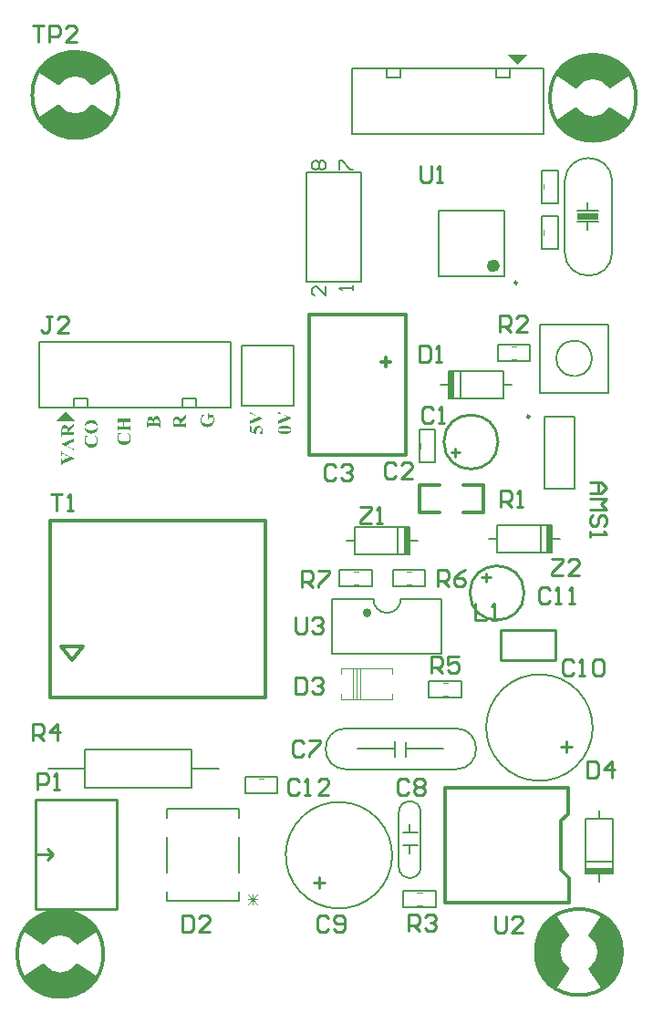
<source format=gto>
G04*
G04 #@! TF.GenerationSoftware,Altium Limited,Altium Designer,21.0.9 (235)*
G04*
G04 Layer_Color=65535*
%FSTAX24Y24*%
%MOIN*%
G70*
G04*
G04 #@! TF.SameCoordinates,7FC3A568-097F-4849-A274-7F7CC5E3089F*
G04*
G04*
G04 #@! TF.FilePolarity,Positive*
G04*
G01*
G75*
%ADD10C,0.0098*%
%ADD11C,0.0100*%
%ADD12C,0.0070*%
%ADD13C,0.0150*%
%ADD14C,0.0080*%
%ADD15C,0.0118*%
%ADD16C,0.0236*%
%ADD17C,0.0050*%
%ADD18C,0.0040*%
%ADD19C,0.0079*%
%ADD20C,0.0120*%
%ADD21C,0.0039*%
%ADD22C,0.0060*%
%ADD23C,0.0030*%
%ADD24R,0.0200X0.1000*%
%ADD25R,0.1000X0.0200*%
G36*
X030656Y034184D02*
X031366D01*
X031016Y034534D01*
Y034544D01*
X030656Y034184D01*
D02*
G37*
G36*
X050498Y041558D02*
X049708D01*
Y041788D01*
X050498D01*
Y041558D01*
D02*
G37*
G36*
X047901Y047568D02*
X047191D01*
X047541Y047218D01*
Y047208D01*
X047901Y047568D01*
D02*
G37*
G36*
X031972Y034226D02*
X031979Y034225D01*
X031989Y034223D01*
X031999Y034222D01*
X03201Y03422D01*
X032022Y034217D01*
X032035Y034213D01*
X032048Y03421D01*
X032061Y034205D01*
X032075Y034198D01*
X032089Y034191D01*
X032102Y034183D01*
X032115Y034174D01*
X032116Y034173D01*
X032119Y034171D01*
X032123Y034167D01*
X032129Y034161D01*
X032135Y034153D01*
X032143Y034145D01*
X032152Y034135D01*
X03216Y034123D01*
X032168Y03411D01*
X032176Y034095D01*
X032184Y034079D01*
X032191Y034062D01*
X032197Y034043D01*
X032201Y034022D01*
X032204Y034D01*
X032205Y033977D01*
Y033971D01*
X032204Y033965D01*
X032203Y033956D01*
X032202Y033946D01*
X0322Y033933D01*
X032197Y033919D01*
X032194Y033905D01*
X032189Y03389D01*
X032184Y033874D01*
X032177Y033858D01*
X032168Y033841D01*
X032159Y033825D01*
X032147Y033809D01*
X032134Y033795D01*
X032119Y033781D01*
X032118Y03378D01*
X032116Y033779D01*
X032112Y033776D01*
X032106Y033772D01*
X0321Y033769D01*
X032092Y033763D01*
X032083Y033759D01*
X032073Y033754D01*
X032062Y033749D01*
X032049Y033744D01*
X032036Y033739D01*
X032022Y033735D01*
X032007Y033731D01*
X031991Y033728D01*
X031975Y033727D01*
X031958Y033726D01*
X031956D01*
X031953D01*
X031947Y033727D01*
X03194Y033728D01*
X031931Y033728D01*
X03192Y03373D01*
X031909Y033732D01*
X031896Y033735D01*
X031883Y033739D01*
X031869Y033744D01*
X031854Y03375D01*
X031839Y033756D01*
X031825Y033764D01*
X03181Y033774D01*
X031796Y033785D01*
X031783Y033797D01*
X031782Y033798D01*
X03178Y033801D01*
X031776Y033804D01*
X031772Y03381D01*
X031767Y033817D01*
X031761Y033825D01*
X031754Y033835D01*
X031748Y033846D01*
X031742Y033858D01*
X031736Y033871D01*
X03173Y033886D01*
X031725Y033901D01*
X031721Y033918D01*
X031718Y033936D01*
X031716Y033954D01*
Y033984D01*
X031717Y033992D01*
X031718Y034001D01*
X031718Y034012D01*
X031721Y034024D01*
X031723Y034038D01*
X031727Y034052D01*
X031731Y034067D01*
X031736Y034082D01*
X031743Y034097D01*
X031751Y034113D01*
X031759Y034128D01*
X03177Y034142D01*
X031783Y034156D01*
X031783Y034156D01*
X031786Y034159D01*
X03179Y034162D01*
X031795Y034167D01*
X031802Y034172D01*
X03181Y034178D01*
X03182Y034184D01*
X03183Y034191D01*
X031842Y034198D01*
X031856Y034204D01*
X03187Y03421D01*
X031885Y034215D01*
X031901Y03422D01*
X031919Y034223D01*
X031938Y034226D01*
X031957Y034226D01*
X031958D01*
X031961D01*
X031966D01*
X031972Y034226D01*
D02*
G37*
G36*
X031875Y033647D02*
X031874D01*
X031872Y033646D01*
X031869Y033645D01*
X031864Y033644D01*
X031859Y033642D01*
X031853Y03364D01*
X031839Y033634D01*
X031823Y033626D01*
X031807Y033616D01*
X031791Y033605D01*
X031777Y03359D01*
X031776Y033589D01*
X031775Y033588D01*
X031774Y033586D01*
X031772Y033583D01*
X031769Y033579D01*
X031766Y033574D01*
X031759Y033563D01*
X031753Y033548D01*
X031748Y033533D01*
X031744Y033515D01*
X031743Y033505D01*
Y033492D01*
X031743Y033489D01*
Y033484D01*
X031744Y03348D01*
X031745Y033469D01*
X031749Y033457D01*
X031753Y033443D01*
X031759Y033429D01*
X031768Y033415D01*
Y033414D01*
X03177Y033414D01*
X031772Y033409D01*
X031778Y033403D01*
X031786Y033395D01*
X031796Y033386D01*
X031807Y033377D01*
X031821Y033368D01*
X031835Y033361D01*
X031836D01*
X031837Y03336D01*
X03184Y033359D01*
X031845Y033358D01*
X031849Y033356D01*
X031855Y033355D01*
X031862Y033352D01*
X031869Y033351D01*
X031877Y033349D01*
X031887Y033347D01*
X031907Y033344D01*
X031928Y033341D01*
X031952Y03334D01*
X031952D01*
X031955D01*
X031958D01*
X031963D01*
X031968Y033341D01*
X031974D01*
X031982Y033341D01*
X03199Y033342D01*
X032008Y033344D01*
X032027Y033347D01*
X032047Y03335D01*
X032067Y033355D01*
X032068D01*
X032069Y033356D01*
X032072Y033357D01*
X032076Y033358D01*
X03208Y03336D01*
X032084Y033362D01*
X032096Y033368D01*
X032109Y033374D01*
X032122Y033383D01*
X032135Y033393D01*
X032146Y033405D01*
Y033406D01*
X032147Y033406D01*
X032148Y033408D01*
X03215Y033411D01*
X032154Y033419D01*
X032159Y033429D01*
X032164Y033441D01*
X032168Y033457D01*
X03217Y033474D01*
X032172Y033493D01*
Y0335D01*
X032171Y033505D01*
Y033509D01*
X03217Y03352D01*
X032168Y033532D01*
X032164Y033546D01*
X03216Y03356D01*
X032153Y033574D01*
Y033575D01*
X032152Y033575D01*
X032151Y033578D01*
X032149Y033581D01*
X032144Y033588D01*
X032137Y033598D01*
X032128Y03361D01*
X032117Y033623D01*
X032103Y033637D01*
X032086Y033653D01*
X032126D01*
X032127Y033652D01*
X032127Y033651D01*
X03213Y033649D01*
X032133Y033646D01*
X03214Y033638D01*
X032149Y033627D01*
X032159Y033615D01*
X032169Y033601D01*
X032178Y033586D01*
X032187Y03357D01*
Y033569D01*
X032187Y033567D01*
X032188Y033565D01*
X032189Y033562D01*
X032191Y033558D01*
X032192Y033554D01*
X032194Y033548D01*
X032195Y033541D01*
X032199Y033527D01*
X032202Y03351D01*
X032204Y033491D01*
X032205Y03347D01*
Y033462D01*
X032204Y033457D01*
Y033451D01*
X032203Y033443D01*
X032203Y033434D01*
X032201Y033425D01*
X032197Y033404D01*
X032192Y033381D01*
X032185Y033359D01*
X032175Y033336D01*
X032174Y033336D01*
X032173Y033334D01*
X032172Y03333D01*
X032169Y033327D01*
X032166Y033322D01*
X032162Y033316D01*
X032153Y033303D01*
X032141Y033289D01*
X032125Y033274D01*
X032108Y033259D01*
X032088Y033246D01*
X032087D01*
X032085Y033244D01*
X032082Y033243D01*
X032078Y033241D01*
X032073Y033239D01*
X032067Y033236D01*
X03206Y033234D01*
X032052Y033231D01*
X032043Y033228D01*
X032033Y033225D01*
X032013Y03322D01*
X03199Y033216D01*
X031979Y033215D01*
X031967Y033215D01*
X031966D01*
X031964D01*
X031961D01*
X031955Y033215D01*
X03195D01*
X031942Y033217D01*
X031935Y033217D01*
X031926Y033219D01*
X031907Y033223D01*
X031885Y033229D01*
X031862Y033238D01*
X031851Y033244D01*
X031839Y03325D01*
X031839Y03325D01*
X031837Y033251D01*
X031834Y033253D01*
X031829Y033256D01*
X031824Y03326D01*
X031818Y033264D01*
X031812Y033268D01*
X031805Y033274D01*
X03179Y033288D01*
X031775Y033304D01*
X031759Y033323D01*
X031745Y033344D01*
X031745Y033345D01*
X031744Y033347D01*
X031743Y03335D01*
X03174Y033355D01*
X031737Y03336D01*
X031735Y033367D01*
X031732Y033374D01*
X031729Y033383D01*
X031726Y033392D01*
X031723Y033402D01*
X031717Y033423D01*
X031713Y033446D01*
X031712Y033459D01*
Y03348D01*
X031713Y033484D01*
X031713Y03349D01*
Y033496D01*
X031715Y033503D01*
X031717Y033519D01*
X031721Y033536D01*
X031727Y033556D01*
X031734Y033576D01*
Y033577D01*
X031735Y033578D01*
X031736Y033581D01*
X031737Y033587D01*
X03174Y033594D01*
X031743Y0336D01*
X031744Y033607D01*
X031745Y033613D01*
X031746Y033617D01*
Y033619D01*
X031745Y033624D01*
X031743Y033629D01*
X031741Y033633D01*
X031738Y033636D01*
X031737Y033637D01*
X031737Y033637D01*
X031735Y033639D01*
X031732Y03364D01*
X031728Y033642D01*
X031724Y033644D01*
X031718Y033645D01*
X031712Y033647D01*
Y033661D01*
X031875D01*
Y033647D01*
D02*
G37*
G36*
X031337Y033968D02*
X031123Y033816D01*
Y033785D01*
X031256D01*
X031257D01*
X031257D01*
X031262D01*
X031268D01*
X031276Y033786D01*
X031284D01*
X031292Y033788D01*
X031299Y033788D01*
X031304Y03379D01*
X031305D01*
X031305Y03379D01*
X031309Y033793D01*
X031314Y033798D01*
X031319Y033806D01*
Y033806D01*
X03132Y033808D01*
X031321Y033812D01*
X031322Y033816D01*
X031323Y033822D01*
X031324Y03383D01*
X031325Y033839D01*
Y033851D01*
X031337D01*
Y03361D01*
X031325D01*
Y033621D01*
X031324Y033628D01*
X031323Y033642D01*
X031321Y033649D01*
X031319Y033654D01*
Y033655D01*
X031319Y033656D01*
X031315Y033661D01*
X031311Y033666D01*
X031304Y03367D01*
X031303D01*
X031302Y033671D01*
X031299Y033672D01*
X031294Y033673D01*
X031288Y033674D01*
X031279Y033675D01*
X031269Y033675D01*
X031256D01*
X030948D01*
X030947D01*
X030947D01*
X030942D01*
X030936D01*
X030929Y033675D01*
X030921Y033674D01*
X030912Y033673D01*
X030906Y033672D01*
X030902Y03367D01*
X030901D01*
X0309Y033669D01*
X030896Y033666D01*
X030891Y033661D01*
X030888Y033658D01*
X030886Y033653D01*
Y033653D01*
X030885Y033651D01*
X030883Y033648D01*
X030882Y033644D01*
X030881Y033637D01*
X03088Y03363D01*
X030879Y033621D01*
Y03361D01*
X030867D01*
Y033849D01*
X030867Y033857D01*
Y033866D01*
X030868Y033876D01*
X030869Y033896D01*
X030872Y033917D01*
X030875Y033936D01*
X030877Y033945D01*
X030879Y033953D01*
Y033954D01*
X03088Y033954D01*
X03088Y033957D01*
X030881Y03396D01*
X030884Y033967D01*
X030888Y033976D01*
X030895Y033987D01*
X030902Y033997D01*
X030912Y034008D01*
X030923Y034018D01*
X030924Y034019D01*
X030929Y034022D01*
X030935Y034026D01*
X030944Y034031D01*
X030955Y034035D01*
X030967Y03404D01*
X030982Y034043D01*
X030997Y034043D01*
X030998D01*
X030999D01*
X031002D01*
X031006Y034043D01*
X03101Y034042D01*
X031015Y034041D01*
X031027Y034039D01*
X031041Y034034D01*
X031055Y034027D01*
X031063Y034023D01*
X031069Y034018D01*
X031077Y034012D01*
X031083Y034005D01*
X031084Y034004D01*
X031087Y034001D01*
X03109Y033995D01*
X031095Y033988D01*
X031101Y033979D01*
X031106Y033967D01*
X031112Y033954D01*
X031116Y033938D01*
X031275Y034051D01*
X031276Y034052D01*
X03128Y034055D01*
X031285Y034059D01*
X031291Y034064D01*
X031297Y034069D01*
X031304Y034074D01*
X03131Y034078D01*
X031313Y034083D01*
X031314Y034083D01*
X031315Y034086D01*
X031316Y034089D01*
X031319Y034092D01*
X031321Y034097D01*
X031322Y034103D01*
X031324Y03411D01*
X031324Y034116D01*
X031337D01*
Y033968D01*
D02*
G37*
G36*
Y03336D02*
X031325D01*
Y033373D01*
X031324Y033379D01*
Y033384D01*
X031322Y033397D01*
X03132Y033403D01*
X031318Y033408D01*
Y033408D01*
X031316Y033409D01*
X031313Y033412D01*
X031308Y033414D01*
X031305Y033416D01*
X031302D01*
X0313D01*
X031297D01*
X031294Y033415D01*
X031289Y033414D01*
X031288D01*
X031286Y033413D01*
X031284Y033412D01*
X031281Y033411D01*
X031276Y033408D01*
X03127Y033406D01*
X031262Y033403D01*
X031203Y033377D01*
Y033212D01*
X031249Y033192D01*
X03125Y033191D01*
X031253Y03319D01*
X031257Y033189D01*
X031263Y033188D01*
X031276Y033184D01*
X031282Y033183D01*
X031288Y033182D01*
X031289D01*
X031291D01*
X031294Y033183D01*
X031299Y033185D01*
X031304Y033186D01*
X031308Y033189D01*
X031313Y033193D01*
X031317Y033198D01*
Y033199D01*
X031318Y033201D01*
X031319Y033204D01*
X03132Y033208D01*
X031321Y033214D01*
X031323Y033222D01*
X031324Y033232D01*
X031325Y033244D01*
X031337D01*
Y033088D01*
X031325D01*
Y033089D01*
X031324Y033092D01*
X031323Y033096D01*
X031321Y033102D01*
X031319Y033109D01*
X031315Y033116D01*
X031311Y033123D01*
X031305Y033129D01*
X031304Y03313D01*
X031301Y033132D01*
X031296Y033136D01*
X031289Y033141D01*
X031279Y033147D01*
X031273Y03315D01*
X031267Y033153D01*
X031259Y033158D01*
X031251Y033161D01*
X031243Y033166D01*
X031233Y03317D01*
X030857Y033338D01*
Y033345D01*
X031243Y033514D01*
X031244D01*
X031246Y033515D01*
X031249Y033516D01*
X031252Y033519D01*
X031257Y03352D01*
X031262Y033523D01*
X031273Y033528D01*
X031285Y033535D01*
X031296Y033541D01*
X031305Y033548D01*
X03131Y033551D01*
X031313Y033554D01*
X031313Y033555D01*
X031314Y033556D01*
X031316Y033559D01*
X031319Y033563D01*
X031321Y033567D01*
X031322Y033573D01*
X031324Y03358D01*
X031325Y033588D01*
X031337D01*
Y03336D01*
D02*
G37*
G36*
X030879Y033074D02*
X03088Y033071D01*
X030882Y033066D01*
X030884Y03306D01*
X030888Y033053D01*
X030893Y033045D01*
X030899Y033037D01*
X030907Y033029D01*
X030907Y033029D01*
X03091Y033026D01*
X030915Y033024D01*
X030919Y033021D01*
X030923Y033018D01*
X030929Y033015D01*
X030934Y033013D01*
X030941Y033009D01*
X030949Y033005D01*
X030957Y033001D01*
X030967Y032997D01*
X030977Y032991D01*
X030989Y032986D01*
X031348Y032824D01*
Y032812D01*
X030974Y032652D01*
X030974D01*
X030972Y03265D01*
X030968Y032649D01*
X030964Y032647D01*
X030958Y032644D01*
X030952Y032642D01*
X030939Y032636D01*
X030925Y032629D01*
X030912Y032623D01*
X030906Y03262D01*
X030901Y032617D01*
X030897Y032615D01*
X030894Y032612D01*
X030894Y032612D01*
X030892Y03261D01*
X030891Y032608D01*
X030888Y032604D01*
X030886Y032599D01*
X030883Y032593D01*
X03088Y032585D01*
X030879Y032575D01*
X030867D01*
Y0328D01*
X030879D01*
Y032788D01*
X03088Y032783D01*
Y032776D01*
X030883Y032763D01*
X030884Y032757D01*
X030887Y032752D01*
X030888Y03275D01*
X030891Y032748D01*
X030896Y032745D01*
X030899Y032744D01*
X030902Y032744D01*
X030904D01*
X030907D01*
X030912Y032744D01*
X030918Y032746D01*
X030918D01*
X03092Y032746D01*
X030922Y032747D01*
X030926Y032749D01*
X030932Y032752D01*
X03094Y032755D01*
X03095Y03276D01*
X030963Y032765D01*
X031198Y032865D01*
X030989Y032958D01*
X030988D01*
X030988Y032959D01*
X030983Y032961D01*
X030977Y032964D01*
X030969Y032967D01*
X03096Y032971D01*
X030951Y032974D01*
X030944Y032977D01*
X030938Y032979D01*
X030937D01*
X030936Y03298D01*
X030934Y03298D01*
X03093Y032981D01*
X030923Y032982D01*
X030916Y032983D01*
X030915D01*
X030914D01*
X03091Y032982D01*
X030904Y03298D01*
X030897Y032977D01*
X030896D01*
X030896Y032976D01*
X030893Y032973D01*
X030889Y032968D01*
X030886Y032961D01*
Y03296D01*
X030885Y032958D01*
X030883Y032955D01*
X030882Y032951D01*
X030881Y032945D01*
X03088Y032938D01*
X030879Y03293D01*
Y032921D01*
X030867D01*
Y033075D01*
X030879D01*
Y033074D01*
D02*
G37*
G36*
X038802Y03455D02*
X038803Y034548D01*
X038805Y034542D01*
X038807Y034537D01*
X038811Y034529D01*
X038816Y034522D01*
X038822Y034514D01*
X03883Y034506D01*
X038831Y034505D01*
X038834Y034503D01*
X038839Y0345D01*
X038842Y034498D01*
X038847Y034495D01*
X038852Y034492D01*
X038858Y034489D01*
X038864Y034486D01*
X038872Y034482D01*
X03888Y034478D01*
X03889Y034473D01*
X038901Y034468D01*
X038912Y034463D01*
X039272Y034301D01*
Y034289D01*
X038898Y034128D01*
X038897D01*
X038895Y034127D01*
X038891Y034125D01*
X038887Y034124D01*
X038882Y034121D01*
X038875Y034119D01*
X038862Y034112D01*
X038848Y034106D01*
X038835Y034099D01*
X038829Y034096D01*
X038824Y034093D01*
X03882Y034091D01*
X038817Y034089D01*
X038817Y034088D01*
X038815Y034087D01*
X038814Y034085D01*
X038811Y034081D01*
X038809Y034076D01*
X038806Y034069D01*
X038804Y034061D01*
X038802Y034052D01*
X03879D01*
Y034277D01*
X038802D01*
Y034265D01*
X038803Y03426D01*
Y034253D01*
X038806Y034239D01*
X038807Y034233D01*
X03881Y034228D01*
X038811Y034227D01*
X038814Y034225D01*
X038819Y034222D01*
X038822Y034221D01*
X038826Y03422D01*
X038827D01*
X03883D01*
X038835Y034221D01*
X038841Y034222D01*
X038842D01*
X038843Y034223D01*
X038845Y034224D01*
X03885Y034226D01*
X038855Y034228D01*
X038863Y034232D01*
X038874Y034236D01*
X038886Y034241D01*
X039121Y034342D01*
X038912Y034435D01*
X038912D01*
X038911Y034435D01*
X038906Y034437D01*
X0389Y03444D01*
X038892Y034444D01*
X038883Y034448D01*
X038874Y034451D01*
X038867Y034454D01*
X038861Y034456D01*
X03886D01*
X038859Y034456D01*
X038857Y034457D01*
X038853Y034458D01*
X038847Y034459D01*
X038839Y034459D01*
X038839D01*
X038837D01*
X038833Y034459D01*
X038827Y034457D01*
X03882Y034454D01*
X03882D01*
X038819Y034453D01*
X038816Y03445D01*
X038812Y034445D01*
X038809Y034437D01*
Y034437D01*
X038808Y034435D01*
X038807Y034432D01*
X038805Y034427D01*
X038804Y034421D01*
X038803Y034415D01*
X038802Y034407D01*
Y034398D01*
X03879D01*
Y034552D01*
X038802D01*
Y03455D01*
D02*
G37*
G36*
X039043Y034019D02*
X039051D01*
X039059Y034018D01*
X039068Y034018D01*
X039089Y034015D01*
X039111Y034011D01*
X039134Y034006D01*
X039157Y033999D01*
X039158D01*
X039159Y033999D01*
X039163Y033997D01*
X03917Y033994D01*
X039179Y033991D01*
X039189Y033986D01*
X039199Y033981D01*
X039209Y033975D01*
X039218Y033967D01*
X039219Y033967D01*
X039222Y033964D01*
X039226Y03396D01*
X039232Y033954D01*
X039238Y033948D01*
X039245Y03394D01*
X039251Y033932D01*
X039256Y033922D01*
X039257Y033921D01*
X039259Y033918D01*
X039261Y033913D01*
X039263Y033906D01*
X039266Y033898D01*
X039268Y033889D01*
X039269Y033878D01*
X03927Y033867D01*
Y033862D01*
X039269Y033855D01*
X039268Y033847D01*
X039266Y033838D01*
X039263Y033827D01*
X039259Y033816D01*
X039253Y033805D01*
X039253Y033804D01*
X039251Y033801D01*
X039246Y033796D01*
X03924Y033789D01*
X039234Y033782D01*
X039225Y033774D01*
X039216Y033765D01*
X039204Y033757D01*
X039202Y033757D01*
X039199Y033755D01*
X039194Y033752D01*
X039187Y033749D01*
X039178Y033744D01*
X039167Y03374D01*
X039154Y033735D01*
X03914Y03373D01*
X03914D01*
X039138Y03373D01*
X039135Y033729D01*
X039131Y033728D01*
X039127Y033727D01*
X039121Y033726D01*
X039114Y033725D01*
X039107Y033723D01*
X039091Y03372D01*
X039072Y033718D01*
X039052Y033717D01*
X039031Y033716D01*
X03903D01*
X039027D01*
X039024D01*
X039018D01*
X039011Y033717D01*
X039003Y033717D01*
X038995D01*
X038984Y033719D01*
X038974Y033719D01*
X038963Y033721D01*
X038939Y033725D01*
X038915Y03373D01*
X03889Y033737D01*
X03889D01*
X038888Y033738D01*
X038885Y033739D01*
X038882Y033741D01*
X038877Y033742D01*
X038872Y033744D01*
X03886Y03375D01*
X038847Y033757D01*
X038834Y033767D01*
X03882Y033778D01*
X038809Y03379D01*
Y033791D01*
X038807Y033792D01*
X038806Y033794D01*
X038804Y033797D01*
X0388Y033804D01*
X038794Y033813D01*
X038789Y033825D01*
X038785Y033838D01*
X038782Y033852D01*
X03878Y033867D01*
Y033872D01*
X038781Y033875D01*
X038782Y033882D01*
X038784Y033892D01*
X038787Y033904D01*
X038792Y033917D01*
X038799Y03393D01*
X038809Y033944D01*
Y033945D01*
X03881Y033945D01*
X038814Y03395D01*
X03882Y033956D01*
X038828Y033964D01*
X038839Y033972D01*
X038852Y033981D01*
X038867Y033989D01*
X038884Y033996D01*
X038885D01*
X038887Y033997D01*
X03889Y033999D01*
X038895Y034D01*
X038901Y034002D01*
X038909Y034004D01*
X038917Y034006D01*
X038926Y034008D01*
X038936Y03401D01*
X038947Y034012D01*
X038958Y034015D01*
X038971Y034016D01*
X038997Y034019D01*
X039025Y03402D01*
X039026D01*
X039028D01*
X039032D01*
X039037D01*
X039043Y034019D01*
D02*
G37*
G36*
X035423Y034278D02*
X035209Y034126D01*
Y034096D01*
X035342D01*
X035342D01*
X035343D01*
X035347D01*
X035354D01*
X035362Y034096D01*
X03537D01*
X035378Y034098D01*
X035385Y034099D01*
X03539Y0341D01*
X03539D01*
X035391Y034101D01*
X035395Y034104D01*
X0354Y034109D01*
X035405Y034116D01*
Y034117D01*
X035406Y034118D01*
X035406Y034122D01*
X035408Y034126D01*
X035409Y034133D01*
X03541Y03414D01*
X035411Y03415D01*
Y034161D01*
X035423D01*
Y03392D01*
X035411D01*
Y033931D01*
X03541Y033938D01*
X035409Y033953D01*
X035407Y033959D01*
X035405Y033964D01*
Y033965D01*
X035404Y033967D01*
X035401Y033971D01*
X035396Y033976D01*
X03539Y03398D01*
X035389D01*
X035387Y033981D01*
X035385Y033982D01*
X035379Y033983D01*
X035374Y033984D01*
X035365Y033985D01*
X035355Y033986D01*
X035342D01*
X035034D01*
X035033D01*
X035032D01*
X035028D01*
X035022D01*
X035014Y033985D01*
X035006Y033984D01*
X034998Y033983D01*
X034992Y033982D01*
X034987Y03398D01*
X034987D01*
X034986Y03398D01*
X034981Y033977D01*
X034976Y033972D01*
X034973Y033968D01*
X034971Y033964D01*
Y033963D01*
X034971Y033961D01*
X034969Y033959D01*
X034968Y033954D01*
X034967Y033948D01*
X034965Y03394D01*
X034965Y033931D01*
Y03392D01*
X034952D01*
Y03416D01*
X034953Y034168D01*
Y034177D01*
X034954Y034186D01*
X034955Y034206D01*
X034957Y034228D01*
X03496Y034246D01*
X034962Y034255D01*
X034965Y034263D01*
Y034264D01*
X034965Y034265D01*
X034966Y034267D01*
X034967Y03427D01*
X03497Y034277D01*
X034974Y034287D01*
X034981Y034297D01*
X034988Y034308D01*
X034997Y034318D01*
X035008Y034328D01*
X03501Y03433D01*
X035014Y034333D01*
X035021Y034336D01*
X03503Y034341D01*
X035041Y034346D01*
X035053Y03435D01*
X035067Y034353D01*
X035083Y034354D01*
X035084D01*
X035085D01*
X035088D01*
X035092Y034353D01*
X035096Y034352D01*
X035101Y034351D01*
X035113Y034349D01*
X035127Y034344D01*
X035141Y034338D01*
X035148Y034333D01*
X035155Y034328D01*
X035162Y034322D01*
X035169Y034316D01*
X03517Y034314D01*
X035172Y034311D01*
X035176Y034306D01*
X035181Y034298D01*
X035186Y034289D01*
X035192Y034277D01*
X035197Y034264D01*
X035202Y034249D01*
X035361Y034362D01*
X035362Y034362D01*
X035366Y034365D01*
X035371Y034369D01*
X035377Y034374D01*
X035383Y034379D01*
X03539Y034384D01*
X035396Y034389D01*
X035399Y034393D01*
X0354Y034394D01*
X035401Y034396D01*
X035402Y034399D01*
X035404Y034403D01*
X035406Y034408D01*
X035408Y034413D01*
X035409Y03442D01*
X03541Y034427D01*
X035423D01*
Y034278D01*
D02*
G37*
G36*
X034357Y03437D02*
X034362Y034369D01*
X034368Y034368D01*
X034379Y034365D01*
X034394Y03436D01*
X034401Y034357D01*
X034408Y034352D01*
X034416Y034347D01*
X034423Y034342D01*
X03443Y034335D01*
X034437Y034327D01*
X034438Y034327D01*
X034438Y034325D01*
X03444Y034322D01*
X034443Y034318D01*
X034446Y034312D01*
X03445Y034306D01*
X034454Y034298D01*
X034457Y034289D01*
X034462Y034279D01*
X034465Y034267D01*
X034469Y034255D01*
X034472Y034241D01*
X034475Y034226D01*
X034477Y03421D01*
X034478Y034193D01*
X034478Y034175D01*
Y033935D01*
X034466D01*
Y033946D01*
X034465Y033953D01*
X034464Y033968D01*
X034462Y033975D01*
X03446Y03398D01*
Y03398D01*
X034459Y033982D01*
X034456Y033986D01*
X034451Y033991D01*
X034445Y033996D01*
X034444D01*
X034443Y033996D01*
X03444Y033997D01*
X034435Y033999D01*
X034428Y033999D01*
X03442Y034D01*
X034409Y034001D01*
X034396D01*
X03409D01*
X034089D01*
X034088D01*
X034084D01*
X034077D01*
X034069Y034D01*
X034061Y033999D01*
X034054Y033999D01*
X034047Y033997D01*
X034042Y033996D01*
X034042D01*
X034041Y033995D01*
X034037Y033992D01*
X034031Y033987D01*
X034026Y03398D01*
Y033979D01*
X034026Y033977D01*
X034024Y033975D01*
X034023Y033969D01*
X034022Y033964D01*
X034021Y033956D01*
X03402Y033947D01*
Y033935D01*
X034007D01*
Y034174D01*
X034008Y034181D01*
Y034189D01*
X034009Y034197D01*
Y034206D01*
X034011Y034225D01*
X034013Y034244D01*
X034015Y034252D01*
X034017Y034261D01*
X034019Y034269D01*
X034022Y034276D01*
Y034276D01*
X034023Y034277D01*
X034025Y034281D01*
X034028Y034287D01*
X034033Y034295D01*
X034039Y034303D01*
X034047Y034312D01*
X034056Y034321D01*
X034066Y034329D01*
X034067Y03433D01*
X034071Y034332D01*
X034077Y034335D01*
X034084Y034339D01*
X034093Y034342D01*
X034103Y034346D01*
X034115Y034348D01*
X034126Y034349D01*
X034127D01*
X034128D01*
X034132Y034348D01*
X034139Y034347D01*
X034147Y034346D01*
X034156Y034342D01*
X034166Y034338D01*
X034177Y034332D01*
X034187Y034323D01*
X034189Y034322D01*
X034192Y034318D01*
X034196Y034312D01*
X034199Y034308D01*
X034203Y034303D01*
X034206Y034298D01*
X034209Y034291D01*
X034212Y034284D01*
X034216Y034276D01*
X03422Y034267D01*
X034222Y034257D01*
X034226Y034247D01*
X034229Y034236D01*
Y034236D01*
X03423Y034238D01*
X03423Y034242D01*
X034232Y034246D01*
X034233Y034252D01*
X034236Y034258D01*
X03424Y034273D01*
X034245Y034289D01*
X034252Y034305D01*
X034259Y034319D01*
X034263Y034325D01*
X034267Y034331D01*
Y034332D01*
X034268Y034333D01*
X034273Y034337D01*
X034279Y034343D01*
X034289Y034351D01*
X0343Y034358D01*
X034314Y034365D01*
X03433Y034369D01*
X034339Y03437D01*
X034349Y03437D01*
X034349D01*
X034351D01*
X034354D01*
X034357Y03437D01*
D02*
G37*
G36*
X036251Y034479D02*
X036251Y034476D01*
Y034471D01*
X036252Y034466D01*
X036255Y034453D01*
X036257Y034448D01*
X036259Y034443D01*
Y034442D01*
X036259Y034442D01*
X036263Y034437D01*
X036268Y034432D01*
X036276Y034428D01*
X036278Y034427D01*
X03628D01*
X036283Y034426D01*
X036287Y034425D01*
X036292D01*
X0363Y034425D01*
X036308D01*
X036407D01*
Y034424D01*
X036407Y034423D01*
X036409Y03442D01*
X03641Y034417D01*
X036412Y034413D01*
X036413Y034408D01*
X036418Y034396D01*
X036423Y034382D01*
X036428Y034366D01*
X036432Y034349D01*
X036437Y034331D01*
Y03433D01*
X036437Y034329D01*
Y034326D01*
X036438Y034322D01*
X036439Y034318D01*
X03644Y034312D01*
X036441Y034307D01*
X036442Y0343D01*
X036444Y034285D01*
X036445Y034267D01*
X036446Y034249D01*
X036447Y034229D01*
Y034218D01*
X036446Y034213D01*
Y034206D01*
X036445Y034199D01*
X036445Y034191D01*
X036442Y034173D01*
X03644Y034155D01*
X036435Y034136D01*
X036429Y034119D01*
Y034118D01*
X036429Y034116D01*
X036427Y034114D01*
X036426Y034111D01*
X036422Y034103D01*
X036416Y034092D01*
X03641Y03408D01*
X036402Y034067D01*
X036392Y034054D01*
X036381Y034041D01*
X036381D01*
X03638Y034039D01*
X036376Y034035D01*
X03637Y034029D01*
X036362Y034022D01*
X036351Y034013D01*
X03634Y034004D01*
X036328Y033995D01*
X036314Y033987D01*
X036313D01*
X036312Y033987D01*
X036309Y033985D01*
X036305Y033984D01*
X036301Y033982D01*
X036296Y03398D01*
X036289Y033978D01*
X036283Y033976D01*
X036267Y033971D01*
X036249Y033967D01*
X036229Y033964D01*
X036207Y033963D01*
X036206D01*
X036202D01*
X036197Y033964D01*
X03619Y033965D01*
X03618Y033965D01*
X036169Y033967D01*
X036157Y03397D01*
X036144Y033973D01*
X036131Y033976D01*
X036117Y033982D01*
X036101Y033987D01*
X036087Y033995D01*
X036071Y034003D01*
X036056Y034013D01*
X036042Y034025D01*
X036028Y034038D01*
X036027Y034038D01*
X036025Y034041D01*
X036021Y034046D01*
X036016Y034051D01*
X036011Y034059D01*
X036004Y034068D01*
X035998Y034078D01*
X03599Y034089D01*
X035984Y034103D01*
X035977Y034116D01*
X035971Y034132D01*
X035966Y034148D01*
X035961Y034167D01*
X035957Y034185D01*
X035955Y034205D01*
X035954Y034226D01*
Y034238D01*
X035955Y034247D01*
X035956Y034256D01*
X035956Y034267D01*
X03596Y034289D01*
Y03429D01*
X035961Y034292D01*
X035961Y034296D01*
X035963Y034301D01*
X035965Y034308D01*
X035968Y034316D01*
X035972Y034326D01*
X035976Y034338D01*
Y034339D01*
X035977Y034339D01*
X035978Y034344D01*
X03598Y034349D01*
X035982Y034356D01*
X035985Y034363D01*
X035986Y034369D01*
X035988Y034375D01*
X035988Y034379D01*
Y03438D01*
X035988Y034385D01*
X035985Y03439D01*
X035982Y034396D01*
X035981Y034397D01*
X03598Y034398D01*
X035978Y034399D01*
X035975Y034401D01*
X035972Y034404D01*
X035967Y034407D01*
X035961Y034409D01*
X035954Y034412D01*
Y034425D01*
X03612D01*
Y034412D01*
X03612D01*
X036117Y034412D01*
X036114Y03441D01*
X036109Y034408D01*
X036103Y034406D01*
X036097Y034403D01*
X036082Y034395D01*
X036066Y034385D01*
X036048Y034373D01*
X036032Y034359D01*
X036024Y034351D01*
X036017Y034342D01*
X036017Y034342D01*
X036016Y03434D01*
X036014Y034338D01*
X036012Y034334D01*
X036009Y03433D01*
X036006Y034325D01*
X036003Y034319D01*
X035999Y034312D01*
X035993Y034297D01*
X035988Y03428D01*
X035983Y034261D01*
X035982Y034251D01*
X035982Y034241D01*
Y034236D01*
X035982Y034232D01*
Y034228D01*
X035983Y034222D01*
X035985Y03421D01*
X035989Y034196D01*
X035994Y034181D01*
X036001Y034167D01*
X036012Y034153D01*
Y034152D01*
X036013Y034151D01*
X036017Y034147D01*
X036024Y034141D01*
X036033Y034134D01*
X036045Y034125D01*
X036059Y034117D01*
X036076Y03411D01*
X036095Y034103D01*
X036095D01*
X036097Y034103D01*
X0361Y034102D01*
X036103Y034101D01*
X036109Y0341D01*
X036114Y034099D01*
X036121Y034097D01*
X036128Y034096D01*
X036144Y034093D01*
X036163Y034091D01*
X036182Y034089D01*
X036203Y034089D01*
X036204D01*
X036206D01*
X03621D01*
X036215D01*
X036221Y034089D01*
X036227D01*
X036235Y03409D01*
X036243Y034091D01*
X036262Y034092D01*
X036282Y034095D01*
X036302Y0341D01*
X036322Y034105D01*
X036323D01*
X036324Y034105D01*
X036327Y034106D01*
X03633Y034108D01*
X036335Y03411D01*
X03634Y034112D01*
X036351Y034117D01*
X036363Y034124D01*
X036375Y034133D01*
X036387Y034143D01*
X036397Y034156D01*
Y034156D01*
X036398Y034157D01*
X036399Y034159D01*
X036401Y034162D01*
X036405Y03417D01*
X036409Y03418D01*
X036413Y034192D01*
X036417Y034207D01*
X03642Y034223D01*
X036421Y03424D01*
Y034247D01*
X03642Y034251D01*
Y034256D01*
X036419Y034262D01*
X036417Y034275D01*
Y034275D01*
X036416Y034277D01*
X036416Y034281D01*
X036414Y034286D01*
X036413Y034291D01*
X036411Y034298D01*
X036407Y034312D01*
X036308D01*
X036307D01*
X036304D01*
X036299D01*
X036294Y034311D01*
X036287D01*
X036281Y03431D01*
X036276Y034309D01*
X036273Y034307D01*
X036272D01*
X036271Y034307D01*
X036268Y034304D01*
X036263Y034299D01*
X03626Y034296D01*
X036258Y034291D01*
Y034291D01*
X036257Y034289D01*
X036256Y034287D01*
X036254Y034283D01*
X036253Y034279D01*
X036252Y034275D01*
X036251Y034263D01*
Y034251D01*
X036238D01*
Y03448D01*
X036251D01*
Y034479D01*
D02*
G37*
G36*
X037759Y034541D02*
X03776Y034538D01*
X037762Y034533D01*
X037764Y034528D01*
X037768Y03452D01*
X037773Y034513D01*
X037779Y034505D01*
X037787Y034497D01*
X037787Y034496D01*
X03779Y034494D01*
X037795Y034491D01*
X037799Y034489D01*
X037803Y034486D01*
X037808Y034483D01*
X037814Y03448D01*
X037821Y034476D01*
X037829Y034473D01*
X037837Y034468D01*
X037847Y034464D01*
X037857Y034459D01*
X037869Y034454D01*
X038228Y034292D01*
Y03428D01*
X037854Y034119D01*
X037854D01*
X037851Y034118D01*
X037848Y034116D01*
X037843Y034115D01*
X037838Y034112D01*
X037832Y03411D01*
X037819Y034103D01*
X037805Y034097D01*
X037792Y03409D01*
X037786Y034087D01*
X037781Y034084D01*
X037777Y034082D01*
X037774Y03408D01*
X037773Y034079D01*
X037772Y034078D01*
X037771Y034076D01*
X037768Y034072D01*
X037765Y034067D01*
X037763Y03406D01*
X03776Y034052D01*
X037759Y034043D01*
X037746D01*
Y034268D01*
X037759D01*
Y034256D01*
X03776Y034251D01*
Y034244D01*
X037763Y03423D01*
X037764Y034224D01*
X037767Y034219D01*
X037768Y034218D01*
X037771Y034216D01*
X037776Y034213D01*
X037779Y034212D01*
X037782Y034211D01*
X037784D01*
X037787D01*
X037792Y034212D01*
X037798Y034213D01*
X037798D01*
X0378Y034214D01*
X037802Y034215D01*
X037806Y034217D01*
X037812Y034219D01*
X03782Y034223D01*
X03783Y034227D01*
X037843Y034232D01*
X038077Y034333D01*
X037869Y034425D01*
X037868D01*
X037867Y034426D01*
X037863Y034428D01*
X037857Y034431D01*
X037849Y034435D01*
X03784Y034439D01*
X037831Y034441D01*
X037824Y034444D01*
X037818Y034447D01*
X037817D01*
X037816Y034447D01*
X037814Y034448D01*
X03781Y034449D01*
X037803Y03445D01*
X037796Y03445D01*
X037795D01*
X037794D01*
X037789Y03445D01*
X037784Y034448D01*
X037777Y034444D01*
X037776D01*
X037776Y034444D01*
X037773Y034441D01*
X037769Y034436D01*
X037765Y034428D01*
Y034428D01*
X037765Y034425D01*
X037763Y034423D01*
X037762Y034418D01*
X037761Y034412D01*
X03776Y034406D01*
X037759Y034398D01*
Y034389D01*
X037746D01*
Y034543D01*
X037759D01*
Y034541D01*
D02*
G37*
G36*
X037836Y033975D02*
Y033789D01*
X037883Y033772D01*
Y033777D01*
X037884Y033784D01*
X037884Y033792D01*
X037886Y033802D01*
X037887Y033813D01*
X037889Y033826D01*
X037892Y03384D01*
X037895Y033855D01*
X0379Y033869D01*
X037905Y033885D01*
X03791Y0339D01*
X037917Y033915D01*
X037924Y03393D01*
X037933Y033944D01*
X037943Y033956D01*
X037943Y033957D01*
X037945Y033958D01*
X037947Y033961D01*
X037951Y033964D01*
X037955Y033968D01*
X037961Y033973D01*
X037967Y033978D01*
X037974Y033983D01*
X037982Y033987D01*
X037991Y033992D01*
X03801Y034001D01*
X038021Y034004D01*
X038032Y034007D01*
X038044Y034008D01*
X038056Y034009D01*
X038057D01*
X038058D01*
X038061D01*
X038064D01*
X038067Y034008D01*
X038072Y034008D01*
X038083Y034006D01*
X038096Y034003D01*
X03811Y033999D01*
X038126Y033992D01*
X038141Y033984D01*
X038142D01*
X038142Y033983D01*
X038145Y033981D01*
X038147Y03398D01*
X038155Y033974D01*
X038164Y033966D01*
X038175Y033957D01*
X038185Y033944D01*
X038196Y03393D01*
X038205Y033914D01*
Y033914D01*
X038206Y033912D01*
X038207Y03391D01*
X038209Y033906D01*
X03821Y033903D01*
X038212Y033898D01*
X038216Y033885D01*
X03822Y033871D01*
X038223Y033855D01*
X038226Y033836D01*
X038227Y033817D01*
Y033807D01*
X038226Y033802D01*
X038225Y033797D01*
X038224Y033784D01*
X038222Y03377D01*
X038218Y033755D01*
X038213Y033741D01*
X038206Y033728D01*
X038205Y033727D01*
X038203Y033725D01*
X0382Y033721D01*
X038196Y033718D01*
X03819Y033713D01*
X038185Y03371D01*
X038178Y033707D01*
X038171Y033707D01*
X03817D01*
X038169D01*
X038166Y033707D01*
X038162Y033708D01*
X038158Y03371D01*
X038153Y033711D01*
X038149Y033714D01*
X038145Y033718D01*
X038144Y033718D01*
X038142Y03372D01*
X038141Y033722D01*
X038139Y033726D01*
X038134Y033734D01*
X038134Y033739D01*
X038133Y033744D01*
Y033749D01*
X038134Y033753D01*
X038135Y033761D01*
X038139Y033772D01*
Y033772D01*
X03814Y033774D01*
X038142Y033777D01*
X038145Y033782D01*
X038148Y033789D01*
X038153Y033797D01*
X03816Y033807D01*
X038168Y033819D01*
X038169Y03382D01*
X03817Y033823D01*
X038173Y033826D01*
X038176Y033831D01*
X038182Y033843D01*
X038185Y03385D01*
X038188Y033855D01*
Y033856D01*
X038189Y033858D01*
X03819Y03386D01*
Y033863D01*
X038191Y033871D01*
X038192Y03388D01*
Y033885D01*
X03819Y03389D01*
X038189Y033897D01*
X038187Y033904D01*
X038183Y033912D01*
X038178Y03392D01*
X038171Y033928D01*
X038171Y033929D01*
X038168Y033931D01*
X038163Y033935D01*
X038157Y033938D01*
X03815Y033942D01*
X038142Y033946D01*
X038131Y033948D01*
X038121Y033949D01*
X03812D01*
X038118D01*
X038115Y033948D01*
X038111D01*
X038106Y033947D01*
X0381Y033946D01*
X038086Y033941D01*
X038078Y033938D01*
X038071Y033934D01*
X038062Y033929D01*
X038054Y033923D01*
X038046Y033916D01*
X038038Y033908D01*
X03803Y033898D01*
X038023Y033887D01*
X038022Y033887D01*
X038021Y033885D01*
X038019Y033881D01*
X038017Y033877D01*
X038014Y033871D01*
X03801Y033863D01*
X038007Y033855D01*
X038003Y033845D01*
X038Y033834D01*
X037997Y033823D01*
X037993Y03381D01*
X03799Y033796D01*
X037988Y033782D01*
X037986Y033766D01*
X037985Y03375D01*
X037984Y033733D01*
Y033705D01*
X037746Y03379D01*
Y03401D01*
X037836Y033975D01*
D02*
G37*
G36*
X033395Y034085D02*
X033382D01*
Y034104D01*
X033381Y034107D01*
Y034112D01*
X033379Y034123D01*
X033377Y034128D01*
X033375Y034133D01*
Y034134D01*
X033374Y034135D01*
X033371Y034139D01*
X033366Y034143D01*
X033359Y034147D01*
X033358D01*
X033357Y034148D01*
X033354Y034149D01*
X03335Y03415D01*
X033344Y03415D01*
X033336Y034151D01*
X033327Y034152D01*
X033314D01*
X033168D01*
Y033985D01*
X033314D01*
X033315D01*
X033316D01*
X03332D01*
X033326D01*
X033334Y033986D01*
X033341D01*
X033349Y033987D01*
X033356Y033988D01*
X03336Y033989D01*
X033361D01*
X033362Y03399D01*
X033365Y033993D01*
X033371Y033997D01*
X033373Y034001D01*
X033376Y034004D01*
Y034005D01*
X033376Y034007D01*
X033378Y03401D01*
X033379Y034012D01*
X03338Y034018D01*
X033381Y034023D01*
X033382Y034028D01*
Y034052D01*
X033395D01*
Y033806D01*
X033382D01*
Y033825D01*
X033381Y033829D01*
Y033833D01*
X033379Y033844D01*
X033377Y033849D01*
X033375Y033854D01*
Y033855D01*
X033374Y033856D01*
X033371Y033859D01*
X033366Y033864D01*
X033359Y033868D01*
X033358D01*
X033357Y033869D01*
X033354Y03387D01*
X03335Y03387D01*
X033344Y033871D01*
X033336Y033872D01*
X033327Y033872D01*
X033314D01*
X033004D01*
X033003D01*
X033002D01*
X032998D01*
X032992D01*
X032985Y033872D01*
X032978D01*
X03297Y033871D01*
X032964Y03387D01*
X032959Y033868D01*
X032959D01*
X032958Y033867D01*
X032954Y033865D01*
X032948Y03386D01*
X032946Y033857D01*
X032943Y033853D01*
Y033852D01*
X032942Y033851D01*
X032941Y033848D01*
X03294Y033845D01*
X032938Y03384D01*
X032937Y033835D01*
X032936Y033829D01*
Y033806D01*
X032924D01*
Y034052D01*
X032936D01*
Y034032D01*
X032937Y034028D01*
Y034024D01*
X03294Y034013D01*
X032941Y034008D01*
X032944Y034003D01*
X032945Y034002D01*
X032948Y033998D01*
X032953Y033993D01*
X03296Y033989D01*
X032961D01*
X032962Y033988D01*
X032964Y033988D01*
X032969D01*
X032975Y033987D01*
X032982Y033986D01*
X032992Y033985D01*
X033004D01*
X033137D01*
Y034152D01*
X033004D01*
X033003D01*
X033002D01*
X032998D01*
X032992D01*
X032985Y034151D01*
X032978D01*
X03297Y03415D01*
X032964Y034149D01*
X032959Y034147D01*
X032959D01*
X032958Y034147D01*
X032954Y034144D01*
X032948Y034139D01*
X032946Y034136D01*
X032943Y034132D01*
Y034131D01*
X032942Y03413D01*
X032941Y034127D01*
X03294Y034124D01*
X032938Y034119D01*
X032937Y034114D01*
X032936Y034107D01*
Y034085D01*
X032924D01*
Y034331D01*
X032936D01*
Y034312D01*
X032937Y034308D01*
Y034303D01*
X03294Y034292D01*
X032941Y034287D01*
X032944Y034282D01*
X032945Y034281D01*
X032948Y034277D01*
X032953Y034273D01*
X03296Y034268D01*
X032961D01*
X032962Y034268D01*
X032964Y034267D01*
X032969D01*
X032975Y034266D01*
X032982Y034265D01*
X032992Y034265D01*
X033004D01*
X033314D01*
X033315D01*
X033316D01*
X03332D01*
X033326D01*
X033334Y034265D01*
X033341D01*
X033349Y034266D01*
X033356Y034267D01*
X03336Y034268D01*
X033361D01*
X033362Y034269D01*
X033365Y034272D01*
X033371Y034276D01*
X033373Y03428D01*
X033376Y034284D01*
Y034284D01*
X033376Y034286D01*
X033378Y034289D01*
X033379Y034292D01*
X03338Y034297D01*
X033381Y034302D01*
X033382Y034308D01*
Y034331D01*
X033395D01*
Y034085D01*
D02*
G37*
G36*
X033076Y033739D02*
X033075D01*
X033073Y033738D01*
X03307Y033738D01*
X033065Y033736D01*
X03306Y033734D01*
X033054Y033732D01*
X03304Y033726D01*
X033024Y033719D01*
X033007Y033708D01*
X032991Y033697D01*
X032978Y033682D01*
X032977Y033681D01*
X032976Y03368D01*
X032975Y033678D01*
X032972Y033675D01*
X03297Y033671D01*
X032967Y033666D01*
X03296Y033655D01*
X032954Y033641D01*
X032948Y033625D01*
X032945Y033607D01*
X032943Y033598D01*
Y033584D01*
X032944Y033581D01*
Y033577D01*
X032945Y033572D01*
X032946Y033561D01*
X03295Y033549D01*
X032954Y033535D01*
X03296Y033521D01*
X032969Y033507D01*
Y033507D01*
X03297Y033506D01*
X032973Y033501D01*
X032979Y033495D01*
X032987Y033487D01*
X032997Y033478D01*
X033008Y033469D01*
X033021Y033461D01*
X033036Y033453D01*
X033037D01*
X033038Y033453D01*
X033041Y033451D01*
X033045Y03345D01*
X03305Y033448D01*
X033056Y033447D01*
X033063Y033445D01*
X03307Y033443D01*
X033078Y033441D01*
X033088Y033439D01*
X033107Y033436D01*
X033129Y033433D01*
X033153Y033432D01*
X033153D01*
X033155D01*
X033158D01*
X033163D01*
X033169Y033433D01*
X033175D01*
X033182Y033434D01*
X03319Y033434D01*
X033209Y033436D01*
X033228Y033439D01*
X033248Y033442D01*
X033268Y033447D01*
X033268D01*
X03327Y033448D01*
X033273Y033449D01*
X033276Y03345D01*
X033281Y033453D01*
X033285Y033454D01*
X033297Y03346D01*
X03331Y033466D01*
X033322Y033475D01*
X033336Y033485D01*
X033346Y033497D01*
Y033498D01*
X033348Y033499D01*
X033349Y033501D01*
X033351Y033504D01*
X033354Y033511D01*
X03336Y033521D01*
X033365Y033533D01*
X033368Y033549D01*
X033371Y033566D01*
X033373Y033585D01*
Y033593D01*
X033372Y033597D01*
Y033601D01*
X033371Y033612D01*
X033368Y033625D01*
X033365Y033638D01*
X03336Y033652D01*
X033354Y033666D01*
Y033667D01*
X033353Y033668D01*
X033352Y03367D01*
X03335Y033673D01*
X033345Y03368D01*
X033338Y03369D01*
X033329Y033702D01*
X033317Y033715D01*
X033303Y03373D01*
X033287Y033745D01*
X033327D01*
X033328Y033744D01*
X033328Y033743D01*
X03333Y033741D01*
X033333Y033738D01*
X033341Y03373D01*
X03335Y033719D01*
X03336Y033707D01*
X03337Y033693D01*
X033379Y033678D01*
X033387Y033662D01*
Y033661D01*
X033388Y03366D01*
X033389Y033657D01*
X03339Y033655D01*
X033392Y03365D01*
X033393Y033646D01*
X033395Y03364D01*
X033396Y033633D01*
X0334Y033619D01*
X033403Y033602D01*
X033405Y033583D01*
X033406Y033562D01*
Y033555D01*
X033405Y03355D01*
Y033543D01*
X033404Y033535D01*
X033403Y033526D01*
X033402Y033517D01*
X033398Y033496D01*
X033393Y033474D01*
X033386Y033451D01*
X033376Y033429D01*
X033375Y033428D01*
X033374Y033426D01*
X033373Y033423D01*
X03337Y033419D01*
X033367Y033414D01*
X033363Y033408D01*
X033354Y033396D01*
X033341Y033381D01*
X033326Y033366D01*
X033309Y033351D01*
X033289Y033338D01*
X033288D01*
X033286Y033337D01*
X033283Y033335D01*
X033279Y033333D01*
X033274Y033331D01*
X033268Y033328D01*
X03326Y033326D01*
X033252Y033323D01*
X033244Y03332D01*
X033234Y033317D01*
X033214Y033312D01*
X033191Y033308D01*
X03318Y033308D01*
X033168Y033307D01*
X033167D01*
X033165D01*
X033161D01*
X033156Y033308D01*
X03315D01*
X033143Y033309D01*
X033136Y03331D01*
X033127Y033311D01*
X033107Y033316D01*
X033085Y033321D01*
X033063Y03333D01*
X033052Y033336D01*
X03304Y033342D01*
X03304Y033342D01*
X033037Y033343D01*
X033034Y033345D01*
X03303Y033348D01*
X033025Y033352D01*
X033019Y033356D01*
X033013Y033361D01*
X033006Y033367D01*
X032991Y03338D01*
X032975Y033396D01*
X03296Y033415D01*
X032946Y033437D01*
X032946Y033437D01*
X032945Y033439D01*
X032943Y033442D01*
X032941Y033447D01*
X032938Y033453D01*
X032935Y033459D01*
X032932Y033466D01*
X032929Y033475D01*
X032927Y033484D01*
X032924Y033494D01*
X032918Y033515D01*
X032914Y033539D01*
X032913Y033551D01*
Y033572D01*
X032913Y033577D01*
X032914Y033582D01*
Y033588D01*
X032916Y033595D01*
X032918Y033611D01*
X032922Y033628D01*
X032927Y033648D01*
X032935Y033668D01*
Y033669D01*
X032935Y03367D01*
X032937Y033673D01*
X032938Y033679D01*
X03294Y033686D01*
X032943Y033692D01*
X032945Y033699D01*
X032946Y033705D01*
X032947Y033709D01*
Y033711D01*
X032946Y033716D01*
X032943Y033722D01*
X032942Y033725D01*
X032939Y033728D01*
X032938Y033729D01*
X032937Y03373D01*
X032935Y033731D01*
X032932Y033733D01*
X032929Y033735D01*
X032924Y033736D01*
X032919Y033738D01*
X032913Y033739D01*
Y033753D01*
X033076D01*
Y033739D01*
D02*
G37*
%LPC*%
G36*
X031977Y034101D02*
X031963D01*
X031962D01*
X031958D01*
X031954D01*
X031947D01*
X031939Y0341D01*
X031931D01*
X031921Y0341D01*
X03191Y034099D01*
X031888Y034097D01*
X031864Y034094D01*
X031842Y034089D01*
X031832Y034086D01*
X031823Y034084D01*
X031823D01*
X031821Y034083D01*
X031819Y034082D01*
X031816Y034081D01*
X031807Y034076D01*
X031798Y034071D01*
X031787Y034065D01*
X031776Y034057D01*
X031766Y034049D01*
X031758Y034039D01*
X031757Y034038D01*
X031755Y034035D01*
X031751Y034029D01*
X031748Y034022D01*
X031745Y034012D01*
X031741Y034002D01*
X031739Y033989D01*
X031738Y033977D01*
Y033974D01*
X031739Y033971D01*
Y033966D01*
X03174Y033961D01*
X031742Y033954D01*
X031744Y033948D01*
X031746Y033941D01*
X03175Y033933D01*
X031754Y033925D01*
X03176Y033917D01*
X031766Y033909D01*
X031774Y033901D01*
X031783Y033893D01*
X031793Y033885D01*
X031804Y033879D01*
X031805D01*
X031807Y033877D01*
X03181Y033876D01*
X031815Y033874D01*
X03182Y033872D01*
X031827Y03387D01*
X031835Y033868D01*
X031844Y033866D01*
X031855Y033863D01*
X031866Y03386D01*
X031879Y033858D01*
X031893Y033856D01*
X031908Y033854D01*
X031925Y033853D01*
X031942Y033852D01*
X031961D01*
X031962D01*
X031966D01*
X031972D01*
X03198Y033852D01*
X03199Y033853D01*
X032001Y033854D01*
X032014Y033855D01*
X032028Y033857D01*
X032057Y033862D01*
X032071Y033866D01*
X032087Y03387D01*
X0321Y033874D01*
X032114Y03388D01*
X032127Y033887D01*
X032138Y033894D01*
X032139D01*
X03214Y033895D01*
X032145Y033899D01*
X032151Y033906D01*
X032158Y033915D01*
X032166Y033927D01*
X032172Y033941D01*
X032177Y033957D01*
X032178Y033967D01*
X032178Y033976D01*
Y033982D01*
X032178Y033989D01*
X032176Y033997D01*
X032174Y034007D01*
X032171Y034016D01*
X032168Y034027D01*
X032162Y034036D01*
X032161Y034038D01*
X032157Y034041D01*
X032152Y034047D01*
X032144Y034054D01*
X032134Y034061D01*
X032122Y034069D01*
X032107Y034077D01*
X03209Y034084D01*
X03209D01*
X032088Y034084D01*
X032085Y034085D01*
X032082Y034086D01*
X032076Y034088D01*
X032071Y034089D01*
X032064Y034091D01*
X032056Y034092D01*
X032047Y034094D01*
X032038Y034095D01*
X032027Y034097D01*
X032016Y034098D01*
X032004Y0341D01*
X03199Y0341D01*
X031977Y034101D01*
D02*
G37*
G36*
X030998Y033929D02*
X030997D01*
X030996D01*
X030993D01*
X030989Y033928D01*
X030985D01*
X03098Y033927D01*
X030968Y033926D01*
X030956Y033922D01*
X030942Y033918D01*
X03093Y033912D01*
X030919Y033903D01*
X030918Y033902D01*
X030915Y033898D01*
X030911Y033892D01*
X030906Y033884D01*
X030901Y033873D01*
X030897Y033858D01*
X030894Y033842D01*
X030893Y033822D01*
Y033785D01*
X031098D01*
Y033813D01*
X031098Y033822D01*
X031097Y033832D01*
X031096Y033844D01*
X031095Y033856D01*
X031093Y033867D01*
X03109Y033877D01*
X031089Y033878D01*
X031088Y033881D01*
X031086Y033885D01*
X031082Y033891D01*
X031078Y033897D01*
X031073Y033903D01*
X031066Y033909D01*
X031058Y033915D01*
X031057Y033916D01*
X031054Y033917D01*
X031049Y033919D01*
X031042Y033922D01*
X031033Y033925D01*
X031023Y033927D01*
X031011Y033928D01*
X030998Y033929D01*
D02*
G37*
G36*
X031178Y033366D02*
X031017Y033296D01*
X031178Y033224D01*
Y033366D01*
D02*
G37*
G36*
X039025Y033913D02*
X039023D01*
X039019D01*
X039013D01*
X039005D01*
X038995D01*
X038984D01*
X038973D01*
X03896D01*
X038936D01*
X038923Y033912D01*
X038912D01*
X038902D01*
X038893D01*
X038886Y033911D01*
X038881D01*
X03888D01*
X038879D01*
X038877Y03391D01*
X038873D01*
X038865Y03391D01*
X038855Y033908D01*
X038844Y033905D01*
X038834Y033902D01*
X038823Y033899D01*
X03882Y033897D01*
X038816Y033894D01*
X038815Y033894D01*
X038814Y033893D01*
X038812Y033891D01*
X03881Y033888D01*
X038808Y033883D01*
X038806Y033879D01*
X038805Y033873D01*
X038804Y033866D01*
Y033864D01*
X038805Y033861D01*
Y033858D01*
X038808Y03385D01*
X03881Y033846D01*
X038813Y033843D01*
X038814Y033842D01*
X038815Y03384D01*
X038819Y033838D01*
X038823Y033835D01*
X038829Y033832D01*
X038836Y03383D01*
X038845Y033827D01*
X038856Y033825D01*
X038857D01*
X038858D01*
X03886Y033824D01*
X038863D01*
X038869D01*
X038875Y033824D01*
X038884D01*
X038894Y033823D01*
X038907Y033822D01*
X038922D01*
X038939Y033821D01*
X038959D01*
X038971D01*
X038982D01*
X038995Y033821D01*
X039008D01*
X039022D01*
X039037D01*
X039053D01*
X03907D01*
X039071D01*
X039074D01*
X039079D01*
X039086D01*
X039094D01*
X039103Y033821D01*
X039113D01*
X039124D01*
X039146Y033822D01*
X039168Y033824D01*
X039179Y033824D01*
X039189Y033825D01*
X039197Y033826D01*
X039204Y033827D01*
X039205D01*
X039207Y033828D01*
X039212Y03383D01*
X039217Y033831D01*
X039228Y033835D01*
X039233Y033838D01*
X039237Y033842D01*
Y033843D01*
X039238Y033844D01*
X039239Y033846D01*
X03924Y033849D01*
X039242Y033853D01*
X039243Y033857D01*
X039244Y033862D01*
X039245Y033868D01*
Y033871D01*
X039244Y033874D01*
X039243Y033878D01*
X039242Y033882D01*
X03924Y033886D01*
X039237Y033891D01*
X039234Y033894D01*
X039233Y033895D01*
X03923Y033897D01*
X039226Y033899D01*
X039219Y033902D01*
X039211Y033905D01*
X0392Y033908D01*
X039189Y03391D01*
X039174Y033911D01*
X039025Y033913D01*
D02*
G37*
G36*
X035084Y034239D02*
X035083D01*
X035081D01*
X035078D01*
X035075Y034238D01*
X03507D01*
X035065Y034238D01*
X035054Y034236D01*
X035041Y034233D01*
X035028Y034228D01*
X035016Y034222D01*
X035005Y034214D01*
X035003Y034212D01*
X035Y034209D01*
X034997Y034203D01*
X034992Y034194D01*
X034987Y034183D01*
X034983Y034169D01*
X03498Y034152D01*
X034979Y034133D01*
Y034096D01*
X035184D01*
Y034123D01*
X035183Y034132D01*
X035183Y034142D01*
X035182Y034154D01*
X03518Y034166D01*
X035178Y034177D01*
X035175Y034187D01*
X035175Y034188D01*
X035174Y034191D01*
X035172Y034195D01*
X035168Y034201D01*
X035164Y034207D01*
X035159Y034214D01*
X035152Y03422D01*
X035144Y034225D01*
X035143Y034226D01*
X03514Y034228D01*
X035135Y03423D01*
X035128Y034233D01*
X035119Y034235D01*
X035108Y034237D01*
X035097Y034238D01*
X035084Y034239D01*
D02*
G37*
G36*
X034352Y034245D02*
X034351D01*
X034351D01*
X034346D01*
X034341Y034244D01*
X034333Y034244D01*
X034323Y034241D01*
X034314Y034239D01*
X034303Y034236D01*
X034293Y03423D01*
X034292Y03423D01*
X034289Y034228D01*
X034284Y034225D01*
X034279Y03422D01*
X034273Y034214D01*
X034267Y034207D01*
X034261Y034199D01*
X034257Y03419D01*
X034256Y034188D01*
X034255Y034185D01*
X034254Y034179D01*
X034252Y03417D01*
X034249Y034158D01*
X034248Y034144D01*
X034247Y034128D01*
X034247Y034109D01*
X034397D01*
X034415D01*
X034416D01*
X034418D01*
X034421Y03411D01*
X034425Y034111D01*
X034435Y034114D01*
X034439Y034116D01*
X034443Y034119D01*
X034443Y03412D01*
X034444Y03412D01*
X034446Y034123D01*
X034447Y034126D01*
X034449Y03413D01*
X034451Y034135D01*
X034451Y03414D01*
X034452Y034147D01*
Y034151D01*
X034451Y034157D01*
X034451Y034163D01*
X034449Y034171D01*
X034447Y034179D01*
X034444Y034188D01*
X03444Y034197D01*
X03444Y034198D01*
X034438Y034201D01*
X034435Y034205D01*
X034431Y03421D01*
X034427Y034216D01*
X03442Y034222D01*
X034413Y034228D01*
X034405Y034233D01*
X034404Y034233D01*
X0344Y034235D01*
X034396Y034236D01*
X034389Y034239D01*
X034381Y034241D01*
X034373Y034243D01*
X034363Y034244D01*
X034352Y034245D01*
D02*
G37*
G36*
X034126Y034232D02*
X034125D01*
X034125D01*
X034121D01*
X034115Y034231D01*
X034108Y03423D01*
X0341Y034229D01*
X034091Y034226D01*
X034083Y034223D01*
X034075Y034219D01*
X034074Y034218D01*
X034072Y034217D01*
X034068Y034214D01*
X034064Y03421D01*
X034058Y034205D01*
X034053Y034198D01*
X034049Y034191D01*
X034045Y034183D01*
X034044Y034182D01*
X034043Y034179D01*
X034041Y034174D01*
X034039Y034166D01*
X034037Y034155D01*
X034035Y034142D01*
X034034Y034127D01*
X034034Y034109D01*
X03422D01*
Y034117D01*
X034219Y034126D01*
X034218Y034137D01*
X034217Y034149D01*
X034215Y034161D01*
X034212Y034173D01*
X034209Y034182D01*
X034208Y034183D01*
X034206Y034186D01*
X034204Y03419D01*
X034201Y034196D01*
X034196Y034202D01*
X034191Y034208D01*
X034185Y034214D01*
X034178Y034219D01*
X034177Y03422D01*
X034174Y034221D01*
X03417Y034223D01*
X034164Y034225D01*
X034156Y034228D01*
X034147Y03423D01*
X034137Y034231D01*
X034126Y034232D01*
D02*
G37*
%LPD*%
D10*
X047982Y03435D02*
G03*
X047982Y03435I-000049J0D01*
G01*
X04753Y039242D02*
G03*
X04753Y039242I-000049J0D01*
G01*
D11*
X046827Y033423D02*
G03*
X046827Y033423I-00099J0D01*
G01*
X047779Y027904D02*
G03*
X047779Y027904I-00099J0D01*
G01*
X046923Y026553D02*
X048923D01*
X046923Y025453D02*
Y026553D01*
Y025453D02*
X048923D01*
Y026553D01*
X02995Y018351D02*
X030565D01*
X030365Y018151D02*
X030565Y018351D01*
X030365Y018551D02*
X030565Y018351D01*
X02993Y016356D02*
Y020356D01*
X032885D01*
X02993Y016356D02*
X032885D01*
Y020356D01*
X04527Y032873D02*
Y033188D01*
X045113Y033031D02*
X045428D01*
X046239Y02847D02*
X046554D01*
X046397Y028627D02*
Y028312D01*
X049537Y022273D02*
X049137D01*
X049337Y022073D02*
Y022472D01*
X040304Y017117D02*
Y017517D01*
X040104Y017317D02*
X040504D01*
X02984Y04865D02*
X03024D01*
X03004D01*
Y04805D01*
X03044D02*
Y04865D01*
X03074D01*
X03084Y04855D01*
Y04835D01*
X03074Y04825D01*
X03044D01*
X031439Y04805D02*
X03104D01*
X031439Y04845D01*
Y04855D01*
X03134Y04865D01*
X03114D01*
X03104Y04855D01*
X048791Y029158D02*
X049191D01*
Y029058D01*
X048791Y028658D01*
Y028558D01*
X049191D01*
X049791D02*
X049391D01*
X049791Y028958D01*
Y029058D01*
X049691Y029158D01*
X049491D01*
X049391Y029058D01*
X041775Y031058D02*
X042175D01*
Y030958D01*
X041775Y030558D01*
Y030458D01*
X042175D01*
X042375D02*
X042575D01*
X042475D01*
Y031058D01*
X042375Y030958D01*
X039421Y027013D02*
Y026513D01*
X039521Y026413D01*
X039721D01*
X039821Y026513D01*
Y027013D01*
X040021Y026913D02*
X040121Y027013D01*
X040321D01*
X040421Y026913D01*
Y026813D01*
X040321Y026713D01*
X040221D01*
X040321D01*
X040421Y026613D01*
Y026513D01*
X040321Y026413D01*
X040121D01*
X040021Y026513D01*
X046734Y016068D02*
Y015568D01*
X046834Y015468D01*
X047034D01*
X047134Y015568D01*
Y016068D01*
X047734Y015468D02*
X047334D01*
X047734Y015868D01*
Y015968D01*
X047634Y016068D01*
X047434D01*
X047334Y015968D01*
X044Y04352D02*
Y04302D01*
X0441Y04292D01*
X0443D01*
X0444Y04302D01*
Y04352D01*
X0446Y04292D02*
X0448D01*
X0447D01*
Y04352D01*
X0446Y04342D01*
X0305Y0315D02*
X0309D01*
X0307D01*
Y0309D01*
X0311D02*
X0313D01*
X0312D01*
Y0315D01*
X0311Y0314D01*
X039667Y028115D02*
Y028715D01*
X039967D01*
X040067Y028615D01*
Y028415D01*
X039967Y028315D01*
X039667D01*
X039867D02*
X040067Y028115D01*
X040267Y028715D02*
X040667D01*
Y028615D01*
X040267Y028215D01*
Y028115D01*
X044618Y028145D02*
Y028745D01*
X044918D01*
X045018Y028645D01*
Y028445D01*
X044918Y028345D01*
X044618D01*
X044818D02*
X045018Y028145D01*
X045618Y028745D02*
X045418Y028645D01*
X045218Y028445D01*
Y028245D01*
X045318Y028145D01*
X045518D01*
X045618Y028245D01*
Y028345D01*
X045518Y028445D01*
X045218D01*
X04438Y02499D02*
Y02559D01*
X04468D01*
X04478Y02549D01*
Y02529D01*
X04468Y02519D01*
X04438D01*
X04458D02*
X04478Y02499D01*
X04538Y02559D02*
X04498D01*
Y02529D01*
X04518Y02539D01*
X04528D01*
X04538Y02529D01*
Y02509D01*
X04528Y02499D01*
X04508D01*
X04498Y02509D01*
X02983Y0225D02*
Y0231D01*
X03013D01*
X03023Y023D01*
Y0228D01*
X03013Y0227D01*
X02983D01*
X03003D02*
X03023Y0225D01*
X03073D02*
Y0231D01*
X03043Y0228D01*
X03083D01*
X043555Y015547D02*
Y016146D01*
X043855D01*
X043955Y016046D01*
Y015846D01*
X043855Y015746D01*
X043555D01*
X043755D02*
X043955Y015547D01*
X044155Y016046D02*
X044255Y016146D01*
X044455D01*
X044555Y016046D01*
Y015946D01*
X044455Y015846D01*
X044355D01*
X044455D01*
X044555Y015746D01*
Y015647D01*
X044455Y015547D01*
X044255D01*
X044155Y015647D01*
X046882Y037436D02*
Y038036D01*
X047182D01*
X047282Y037936D01*
Y037736D01*
X047182Y037636D01*
X046882D01*
X047082D02*
X047282Y037436D01*
X047882D02*
X047482D01*
X047882Y037836D01*
Y037936D01*
X047782Y038036D01*
X047582D01*
X047482Y037936D01*
X046923Y031049D02*
Y031648D01*
X047223D01*
X047323Y031548D01*
Y031348D01*
X047223Y031248D01*
X046923D01*
X047123D02*
X047323Y031049D01*
X047523D02*
X047723D01*
X047623D01*
Y031648D01*
X047523Y031548D01*
X02998Y02071D02*
Y02131D01*
X03028D01*
X03038Y02121D01*
Y02101D01*
X03028Y02091D01*
X02998D01*
X03058Y02071D02*
X03078D01*
X03068D01*
Y02131D01*
X03058Y02121D01*
X04599Y0275D02*
Y0269D01*
X04639D01*
X04659D02*
X04679D01*
X04669D01*
Y0275D01*
X04659Y0274D01*
X03053Y03801D02*
X03033D01*
X03043D01*
Y03751D01*
X03033Y03741D01*
X03023D01*
X03013Y03751D01*
X03113Y03741D02*
X03073D01*
X03113Y03781D01*
Y03791D01*
X03103Y03801D01*
X03083D01*
X03073Y03791D01*
X05009Y02175D02*
Y02115D01*
X05039D01*
X05049Y02125D01*
Y02165D01*
X05039Y02175D01*
X05009D01*
X05099Y02115D02*
Y02175D01*
X05069Y02145D01*
X05109D01*
X039441Y024827D02*
Y024228D01*
X039741D01*
X039841Y024328D01*
Y024727D01*
X039741Y024827D01*
X039441D01*
X040041Y024727D02*
X040141Y024827D01*
X040341D01*
X040441Y024727D01*
Y024628D01*
X040341Y024528D01*
X040241D01*
X040341D01*
X040441Y024428D01*
Y024328D01*
X040341Y024228D01*
X040141D01*
X040041Y024328D01*
X035278Y016127D02*
Y015527D01*
X035578D01*
X035678Y015627D01*
Y016027D01*
X035578Y016127D01*
X035278D01*
X036277Y015527D02*
X035878D01*
X036277Y015927D01*
Y016027D01*
X036177Y016127D01*
X035977D01*
X035878Y016027D01*
X04395Y03695D02*
Y03635D01*
X04425D01*
X04435Y03645D01*
Y03685D01*
X04425Y03695D01*
X04395D01*
X04455Y03635D02*
X04475D01*
X04465D01*
Y03695D01*
X04455Y03685D01*
X039542Y021027D02*
X039442Y021127D01*
X039242D01*
X039142Y021027D01*
Y020627D01*
X039242Y020527D01*
X039442D01*
X039542Y020627D01*
X039742Y020527D02*
X039942D01*
X039842D01*
Y021127D01*
X039742Y021027D01*
X040641Y020527D02*
X040242D01*
X040641Y020927D01*
Y021027D01*
X040542Y021127D01*
X040342D01*
X040242Y021027D01*
X048717Y028005D02*
X048617Y028105D01*
X048417D01*
X048317Y028005D01*
Y027605D01*
X048417Y027505D01*
X048617D01*
X048717Y027605D01*
X048917Y027505D02*
X049116D01*
X049017D01*
Y028105D01*
X048917Y028005D01*
X049416Y027505D02*
X049616D01*
X049516D01*
Y028105D01*
X049416Y028005D01*
X049591Y025377D02*
X049491Y025477D01*
X049291D01*
X049191Y025377D01*
Y024977D01*
X049291Y024877D01*
X049491D01*
X049591Y024977D01*
X049791Y024877D02*
X049991D01*
X049891D01*
Y025477D01*
X049791Y025377D01*
X050291D02*
X050391Y025477D01*
X050591D01*
X050691Y025377D01*
Y024977D01*
X050591Y024877D01*
X050391D01*
X050291Y024977D01*
Y025377D01*
X040619Y016007D02*
X040519Y016107D01*
X040319D01*
X040219Y016007D01*
Y015607D01*
X040319Y015507D01*
X040519D01*
X040619Y015607D01*
X040818D02*
X040918Y015507D01*
X041118D01*
X041218Y015607D01*
Y016007D01*
X041118Y016107D01*
X040918D01*
X040818Y016007D01*
Y015907D01*
X040918Y015807D01*
X041218D01*
X043542Y020997D02*
X043442Y021097D01*
X043242D01*
X043142Y020997D01*
Y020597D01*
X043242Y020497D01*
X043442D01*
X043542Y020597D01*
X043742Y020997D02*
X043842Y021097D01*
X044042D01*
X044142Y020997D01*
Y020897D01*
X044042Y020797D01*
X044142Y020697D01*
Y020597D01*
X044042Y020497D01*
X043842D01*
X043742Y020597D01*
Y020697D01*
X043842Y020797D01*
X043742Y020897D01*
Y020997D01*
X043842Y020797D02*
X044042D01*
X039733Y022405D02*
X039633Y022505D01*
X039433D01*
X039333Y022405D01*
Y022005D01*
X039433Y021905D01*
X039633D01*
X039733Y022005D01*
X039933Y022505D02*
X040333D01*
Y022405D01*
X039933Y022005D01*
Y021905D01*
X040884Y032523D02*
X040784Y032623D01*
X040584D01*
X040484Y032523D01*
Y032123D01*
X040584Y032023D01*
X040784D01*
X040884Y032123D01*
X041084Y032523D02*
X041184Y032623D01*
X041384D01*
X041484Y032523D01*
Y032423D01*
X041384Y032323D01*
X041284D01*
X041384D01*
X041484Y032223D01*
Y032123D01*
X041384Y032023D01*
X041184D01*
X041084Y032123D01*
X043079Y032572D02*
X042979Y032672D01*
X042779D01*
X042679Y032572D01*
Y032172D01*
X042779Y032072D01*
X042979D01*
X043079Y032172D01*
X043679Y032072D02*
X043279D01*
X043679Y032472D01*
Y032572D01*
X043579Y032672D01*
X043379D01*
X043279Y032572D01*
X044459Y034629D02*
X044359Y034729D01*
X044159D01*
X044059Y034629D01*
Y034229D01*
X044159Y034129D01*
X044359D01*
X044459Y034229D01*
X044659Y034129D02*
X044859D01*
X044759D01*
Y034729D01*
X044659Y034629D01*
X050192Y031954D02*
X050592D01*
X050792Y031754D01*
X050592Y031555D01*
X050192D01*
X050492D01*
Y031954D01*
X050192Y031355D02*
X050792D01*
X050592Y031155D01*
X050792Y030955D01*
X050192D01*
X050692Y030355D02*
X050792Y030455D01*
Y030655D01*
X050692Y030755D01*
X050592D01*
X050492Y030655D01*
Y030455D01*
X050392Y030355D01*
X050292D01*
X050192Y030455D01*
Y030655D01*
X050292Y030755D01*
X050192Y030155D02*
Y029955D01*
Y030055D01*
X050792D01*
X050692Y030155D01*
D12*
X042272Y027689D02*
G03*
X043272Y027685I0005J-000017D01*
G01*
X045276Y021455D02*
G03*
X045276Y022955I0J00075D01*
G01*
X041276D02*
G03*
X041276Y021455I0J-00075D01*
G01*
X044002Y019884D02*
G03*
X043202Y019884I-0004J0D01*
G01*
Y017884D02*
G03*
X044002Y017884I0004J0D01*
G01*
X049266Y040365D02*
G03*
X050998Y040373I000866J000006D01*
G01*
Y042973D02*
G03*
X049268Y042973I-000865J-000035D01*
G01*
X049689Y035834D02*
G03*
X049606Y035829I-000083J000645D01*
G01*
X043577Y029823D02*
Y029983D01*
Y029613D02*
Y029823D01*
X043167Y029353D02*
Y030323D01*
X043577Y029823D02*
X043877D01*
X041277D02*
X041577D01*
X043577D02*
Y030323D01*
X041577D02*
X043577D01*
X041577Y029323D02*
Y030323D01*
Y029323D02*
X043577D01*
Y029823D01*
X048787Y029872D02*
Y030032D01*
Y029662D02*
Y029872D01*
X048377Y029402D02*
Y030372D01*
X048787Y029872D02*
X049087D01*
X046487D02*
X046787D01*
X048787D02*
Y030372D01*
X046787D02*
X048787D01*
X046787Y029372D02*
Y030372D01*
Y029372D02*
X048787D01*
Y029872D01*
X040772Y027685D02*
X042272D01*
X043282D02*
X044772D01*
X040772Y025685D02*
Y027685D01*
Y025685D02*
X044772D01*
Y027685D01*
X043456Y022205D02*
X044836D01*
X043456Y021905D02*
Y022455D01*
X043046Y021915D02*
Y022465D01*
X041676Y022215D02*
X043046D01*
X041286Y021455D02*
X045276D01*
X041276Y022955D02*
X045276D01*
X044002Y017884D02*
Y019884D01*
X043202Y017884D02*
Y019884D01*
X043352Y019134D02*
X043902D01*
X043352Y018684D02*
X043902D01*
X043602Y019134D02*
Y019434D01*
Y018384D02*
Y018684D01*
X031724Y020766D02*
Y022166D01*
X035624Y020766D02*
Y022166D01*
X031724Y020766D02*
X035624D01*
Y021476D02*
X036634D01*
X031724Y022166D02*
X035624D01*
X030394Y021476D02*
X031724D01*
X045035Y035352D02*
Y035512D01*
Y035722D01*
X045445Y035012D02*
Y035982D01*
X044735Y035512D02*
X045035D01*
X047035D02*
X047335D01*
X045035Y035012D02*
Y035512D01*
Y035012D02*
X047035D01*
Y036012D01*
X045035D02*
X047035D01*
X045035Y035512D02*
Y036012D01*
X042756Y046753D02*
Y047053D01*
Y046753D02*
X043256D01*
Y047053D01*
X046746Y046743D02*
Y047043D01*
Y046743D02*
X047246D01*
Y047043D01*
X041496Y044673D02*
Y046073D01*
X048496Y044673D02*
Y047073D01*
X041496D02*
X048496D01*
X041496Y046073D02*
Y047073D01*
Y044673D02*
X048496D01*
X035801Y034699D02*
Y034999D01*
X035301D02*
X035801D01*
X035301Y034699D02*
Y034999D01*
X031811Y034709D02*
Y035009D01*
X031311D02*
X031811D01*
X031311Y034709D02*
Y035009D01*
X037061Y035679D02*
Y037079D01*
X030061Y034679D02*
Y037079D01*
Y034679D02*
X037061D01*
Y035679D01*
X030061Y037079D02*
X037061D01*
X049268Y040373D02*
Y043023D01*
X050998Y040373D02*
Y042973D01*
X049728Y041473D02*
X050478D01*
X050088Y041173D02*
Y041473D01*
X049738Y041883D02*
X050478D01*
X050088D02*
Y042193D01*
X048356Y03772D02*
X050856D01*
X048356Y03522D02*
Y03772D01*
Y03522D02*
X050856D01*
Y03772D01*
X050522Y017659D02*
X050682D01*
X050312D02*
X050522D01*
X050052Y018069D02*
X051022D01*
X050522Y017359D02*
Y017659D01*
Y019659D02*
Y019959D01*
Y017659D02*
X051022D01*
Y019659D01*
X050022D02*
X051022D01*
X050022Y017659D02*
Y019659D01*
Y017659D02*
X050522D01*
D13*
X042122Y027175D02*
G03*
X042122Y027175I-00008J0D01*
G01*
D14*
X046923Y021648D02*
G03*
X04691Y021662I001417J001333D01*
G01*
X039679Y019731D02*
G03*
X039693Y019743I001333J-001417D01*
G01*
X040525Y039105D02*
Y038772D01*
X040192Y039105D01*
X040108D01*
X040025Y039022D01*
Y038855D01*
X040108Y038772D01*
X041525Y038972D02*
Y039138D01*
Y039055D01*
X041025D01*
X041108Y038972D01*
X041025Y043372D02*
Y043705D01*
X041108D01*
X041441Y043372D01*
X041525D01*
X040108D02*
X040025Y043455D01*
Y043622D01*
X040108Y043705D01*
X040192D01*
X040275Y043622D01*
X040358Y043705D01*
X040441D01*
X040525Y043622D01*
Y043455D01*
X040441Y043372D01*
X040358D01*
X040275Y043455D01*
X040192Y043372D01*
X040108D01*
X040275Y043455D02*
Y043622D01*
D15*
X031777Y015338D02*
G03*
X029877Y015338I-00095J-000633D01*
G01*
X031941Y015447D02*
G03*
X029713Y015447I-001114J-000743D01*
G01*
X031973Y015469D02*
G03*
X02968Y015469I-001147J-000764D01*
G01*
X032006Y015491D02*
G03*
X029647Y015491I-001179J-000786D01*
G01*
X032039Y015513D02*
G03*
X029615Y015513I-001212J-000808D01*
G01*
X032072Y015535D02*
G03*
X029582Y015535I-001245J-00083D01*
G01*
X032402Y014705D02*
G03*
X032402Y014705I-001575J0D01*
G01*
X031908Y015425D02*
G03*
X029746Y015425I-001081J-000721D01*
G01*
X031875Y015404D02*
G03*
X029779Y015404I-001048J-000699D01*
G01*
X031842Y015382D02*
G03*
X029811Y015382I-001015J-000677D01*
G01*
X03181Y01536D02*
G03*
X029844Y01536I-000983J-000655D01*
G01*
X031777Y015338D02*
G03*
X029877Y015338I-00095J-000633D01*
G01*
X031744Y015316D02*
G03*
X02991Y015316I-000917J-000611D01*
G01*
X031711Y015294D02*
G03*
X029942Y015294I-000884J-00059D01*
G01*
X031678Y015273D02*
G03*
X029975Y015273I-000852J-000568D01*
G01*
X031646Y015251D02*
G03*
X030008Y015251I-000819J-000546D01*
G01*
X031646D02*
G03*
X030008Y015251I-000819J-000546D01*
G01*
X031613Y015229D02*
G03*
X030041Y015229I-000786J-000524D01*
G01*
X03158Y015207D02*
G03*
X030073Y015207I-000753J-000502D01*
G01*
X03158D02*
G03*
X030073Y015207I-000753J-000502D01*
G01*
X031547Y015185D02*
G03*
X030106Y015185I-000721J-00048D01*
G01*
X031515Y015163D02*
G03*
X030139Y015163I-000688J-000459D01*
G01*
X031482Y015142D02*
G03*
X030172Y015142I-000655J-000437D01*
G01*
X031449Y01512D02*
G03*
X030204Y01512I-000622J-000415D01*
G01*
Y01429D02*
G03*
X031449Y01429I000622J000415D01*
G01*
X030172Y014268D02*
G03*
X031482Y014268I000655J000437D01*
G01*
X030139Y014246D02*
G03*
X031515Y014246I000688J000459D01*
G01*
X030106Y014224D02*
G03*
X031547Y014224I000721J00048D01*
G01*
X030073Y014202D02*
G03*
X03158Y014202I000753J000502D01*
G01*
X030073D02*
G03*
X03158Y014202I000753J000502D01*
G01*
X030041Y014181D02*
G03*
X031613Y014181I000786J000524D01*
G01*
X030008Y014159D02*
G03*
X031646Y014159I000819J000546D01*
G01*
X030008D02*
G03*
X031646Y014159I000819J000546D01*
G01*
X029975Y014137D02*
G03*
X031678Y014137I000852J000568D01*
G01*
X029942Y014115D02*
G03*
X031711Y014115I000884J00059D01*
G01*
X02991Y014093D02*
G03*
X031744Y014093I000917J000611D01*
G01*
X029877Y014071D02*
G03*
X031777Y014071I00095J000633D01*
G01*
X029844Y01405D02*
G03*
X03181Y01405I000983J000655D01*
G01*
X029811Y014028D02*
G03*
X031842Y014028I001015J000677D01*
G01*
X029779Y014006D02*
G03*
X031875Y014006I001048J000699D01*
G01*
X029746Y013984D02*
G03*
X031908Y013984I001081J000721D01*
G01*
X029582Y013875D02*
G03*
X032072Y013875I001245J00083D01*
G01*
X029615Y013897D02*
G03*
X032039Y013897I001212J000808D01*
G01*
X029647Y013919D02*
G03*
X032006Y013919I001179J000786D01*
G01*
X02968Y01394D02*
G03*
X031973Y01394I001147J000764D01*
G01*
X029713Y013962D02*
G03*
X031941Y013962I001114J000743D01*
G01*
X029877Y014071D02*
G03*
X031777Y014071I00095J000633D01*
G01*
X049345Y045371D02*
G03*
X051245Y045371I00095J000633D01*
G01*
X049182Y045261D02*
G03*
X051409Y045261I001114J000743D01*
G01*
X049149Y04524D02*
G03*
X051442Y04524I001147J000764D01*
G01*
X049116Y045218D02*
G03*
X051475Y045218I001179J000786D01*
G01*
X049083Y045196D02*
G03*
X051507Y045196I001212J000808D01*
G01*
X04905Y045174D02*
G03*
X05154Y045174I001245J00083D01*
G01*
X049214Y045283D02*
G03*
X051376Y045283I001081J000721D01*
G01*
X049247Y045305D02*
G03*
X051344Y045305I001048J000699D01*
G01*
X04928Y045327D02*
G03*
X051311Y045327I001015J000677D01*
G01*
X049313Y045349D02*
G03*
X051278Y045349I000983J000655D01*
G01*
X049345Y045371D02*
G03*
X051245Y045371I00095J000633D01*
G01*
X049378Y045392D02*
G03*
X051213Y045392I000917J000611D01*
G01*
X049411Y045414D02*
G03*
X05118Y045414I000884J00059D01*
G01*
X049444Y045436D02*
G03*
X051147Y045436I000852J000568D01*
G01*
X049476Y045458D02*
G03*
X051114Y045458I000819J000546D01*
G01*
X049476D02*
G03*
X051114Y045458I000819J000546D01*
G01*
X049509Y04548D02*
G03*
X051081Y04548I000786J000524D01*
G01*
X049542Y045502D02*
G03*
X051049Y045502I000753J000502D01*
G01*
X049542D02*
G03*
X051049Y045502I000753J000502D01*
G01*
X049575Y045523D02*
G03*
X051016Y045523I000721J00048D01*
G01*
X049607Y045545D02*
G03*
X050983Y045545I000688J000459D01*
G01*
X04964Y045567D02*
G03*
X05095Y045567I000655J000437D01*
G01*
X049673Y045589D02*
G03*
X050918Y045589I000622J000415D01*
G01*
Y046419D02*
G03*
X049673Y046419I-000622J-000415D01*
G01*
X05095Y046441D02*
G03*
X04964Y046441I-000655J-000437D01*
G01*
X050983Y046463D02*
G03*
X049607Y046463I-000688J-000459D01*
G01*
X051016Y046484D02*
G03*
X049575Y046484I-000721J-00048D01*
G01*
X051049Y046506D02*
G03*
X049542Y046506I-000753J-000502D01*
G01*
X051049D02*
G03*
X049542Y046506I-000753J-000502D01*
G01*
X051081Y046528D02*
G03*
X049509Y046528I-000786J-000524D01*
G01*
X051114Y04655D02*
G03*
X049476Y04655I-000819J-000546D01*
G01*
X051114D02*
G03*
X049476Y04655I-000819J-000546D01*
G01*
X051147Y046572D02*
G03*
X049444Y046572I-000852J-000568D01*
G01*
X05118Y046594D02*
G03*
X049411Y046594I-000884J-00059D01*
G01*
X051213Y046615D02*
G03*
X049378Y046615I-000917J-000611D01*
G01*
X051245Y046637D02*
G03*
X049345Y046637I-00095J-000633D01*
G01*
X051278Y046659D02*
G03*
X049313Y046659I-000983J-000655D01*
G01*
X051311Y046681D02*
G03*
X04928Y046681I-001015J-000677D01*
G01*
X051344Y046703D02*
G03*
X049247Y046703I-001048J-000699D01*
G01*
X051376Y046725D02*
G03*
X049214Y046725I-001081J-000721D01*
G01*
X05187Y046004D02*
G03*
X05187Y046004I-001575J0D01*
G01*
X05154Y046834D02*
G03*
X04905Y046834I-001245J-00083D01*
G01*
X051507Y046812D02*
G03*
X049083Y046812I-001212J-000808D01*
G01*
X051475Y04679D02*
G03*
X049116Y04679I-001179J-000786D01*
G01*
X051442Y046768D02*
G03*
X049149Y046768I-001147J-000764D01*
G01*
X051409Y046746D02*
G03*
X049182Y046746I-001114J-000743D01*
G01*
X051245Y046637D02*
G03*
X049345Y046637I-00095J-000633D01*
G01*
X030428Y045479D02*
G03*
X032328Y045479I00095J000633D01*
G01*
X030264Y04537D02*
G03*
X032492Y04537I001114J000743D01*
G01*
X030231Y045348D02*
G03*
X032524Y045348I001147J000764D01*
G01*
X030199Y045326D02*
G03*
X032557Y045326I001179J000786D01*
G01*
X030166Y045304D02*
G03*
X03259Y045304I001212J000808D01*
G01*
X030133Y045282D02*
G03*
X032623Y045282I001245J00083D01*
G01*
X030297Y045392D02*
G03*
X032459Y045392I001081J000721D01*
G01*
X03033Y045413D02*
G03*
X032426Y045413I001048J000699D01*
G01*
X030362Y045435D02*
G03*
X032393Y045435I001015J000677D01*
G01*
X030395Y045457D02*
G03*
X032361Y045457I000983J000655D01*
G01*
X030428Y045479D02*
G03*
X032328Y045479I00095J000633D01*
G01*
X030461Y045501D02*
G03*
X032295Y045501I000917J000611D01*
G01*
X030493Y045523D02*
G03*
X032262Y045523I000884J00059D01*
G01*
X030526Y045544D02*
G03*
X03223Y045544I000852J000568D01*
G01*
X030559Y045566D02*
G03*
X032197Y045566I000819J000546D01*
G01*
X030559D02*
G03*
X032197Y045566I000819J000546D01*
G01*
X030592Y045588D02*
G03*
X032164Y045588I000786J000524D01*
G01*
X030625Y04561D02*
G03*
X032131Y04561I000753J000502D01*
G01*
X030625D02*
G03*
X032131Y04561I000753J000502D01*
G01*
X030657Y045632D02*
G03*
X032099Y045632I000721J00048D01*
G01*
X03069Y045654D02*
G03*
X032066Y045654I000688J000459D01*
G01*
X030723Y045675D02*
G03*
X032033Y045675I000655J000437D01*
G01*
X030756Y045697D02*
G03*
X032Y045697I000622J000415D01*
G01*
Y046527D02*
G03*
X030756Y046527I-000622J-000415D01*
G01*
X032033Y046549D02*
G03*
X030723Y046549I-000655J-000437D01*
G01*
X032066Y046571D02*
G03*
X03069Y046571I-000688J-000459D01*
G01*
X032099Y046593D02*
G03*
X030657Y046593I-000721J-00048D01*
G01*
X032131Y046614D02*
G03*
X030625Y046614I-000753J-000502D01*
G01*
X032131D02*
G03*
X030625Y046614I-000753J-000502D01*
G01*
X032164Y046636D02*
G03*
X030592Y046636I-000786J-000524D01*
G01*
X032197Y046658D02*
G03*
X030559Y046658I-000819J-000546D01*
G01*
X032197D02*
G03*
X030559Y046658I-000819J-000546D01*
G01*
X03223Y04668D02*
G03*
X030526Y04668I-000852J-000568D01*
G01*
X032262Y046702D02*
G03*
X030493Y046702I-000884J-00059D01*
G01*
X032295Y046724D02*
G03*
X030461Y046724I-000917J-000611D01*
G01*
X032328Y046746D02*
G03*
X030428Y046746I-00095J-000633D01*
G01*
X032361Y046767D02*
G03*
X030395Y046767I-000983J-000655D01*
G01*
X032393Y046789D02*
G03*
X030362Y046789I-001015J-000677D01*
G01*
X032426Y046811D02*
G03*
X03033Y046811I-001048J-000699D01*
G01*
X032459Y046833D02*
G03*
X030297Y046833I-001081J-000721D01*
G01*
X032953Y046112D02*
G03*
X032953Y046112I-001575J0D01*
G01*
X032623Y046942D02*
G03*
X030133Y046942I-001245J-00083D01*
G01*
X03259Y04692D02*
G03*
X030166Y04692I-001212J-000808D01*
G01*
X032557Y046898D02*
G03*
X030199Y046898I-001179J-000786D01*
G01*
X032524Y046877D02*
G03*
X030231Y046877I-001147J-000764D01*
G01*
X032492Y046855D02*
G03*
X030264Y046855I-001114J-000743D01*
G01*
X032328Y046746D02*
G03*
X030428Y046746I-00095J-000633D01*
G01*
X050417Y013824D02*
G03*
X050417Y015724I-000633J00095D01*
G01*
X050526Y01366D02*
G03*
X050526Y015887I-000743J001114D01*
G01*
X050548Y013627D02*
G03*
X050548Y01592I-000764J001147D01*
G01*
X05057Y013594D02*
G03*
X05057Y015953I-000786J001179D01*
G01*
X050591Y013562D02*
G03*
X050591Y015986I-000808J001212D01*
G01*
X050613Y013529D02*
G03*
X050613Y016018I-00083J001245D01*
G01*
X050504Y013693D02*
G03*
X050504Y015855I-000721J001081D01*
G01*
X050482Y013725D02*
G03*
X050482Y015822I-000699J001048D01*
G01*
X05046Y013758D02*
G03*
X05046Y015789I-000677J001015D01*
G01*
X050439Y013791D02*
G03*
X050439Y015756I-000655J000983D01*
G01*
X050417Y013824D02*
G03*
X050417Y015724I-000633J00095D01*
G01*
X050395Y013856D02*
G03*
X050395Y015691I-000611J000917D01*
G01*
X050373Y013889D02*
G03*
X050373Y015658I-00059J000884D01*
G01*
X050351Y013922D02*
G03*
X050351Y015625I-000568J000852D01*
G01*
X050329Y013955D02*
G03*
X050329Y015593I-000546J000819D01*
G01*
Y013955D02*
G03*
X050329Y015593I-000546J000819D01*
G01*
X050308Y013987D02*
G03*
X050308Y01556I-000524J000786D01*
G01*
X050286Y01402D02*
G03*
X050286Y015527I-000502J000753D01*
G01*
Y01402D02*
G03*
X050286Y015527I-000502J000753D01*
G01*
X050264Y014053D02*
G03*
X050264Y015494I-00048J000721D01*
G01*
X050242Y014086D02*
G03*
X050242Y015462I-000459J000688D01*
G01*
X05022Y014118D02*
G03*
X05022Y015429I-000437J000655D01*
G01*
X050198Y014151D02*
G03*
X050198Y015396I-000415J000622D01*
G01*
X049369D02*
G03*
X049369Y014151I000415J-000622D01*
G01*
X049347Y015429D02*
G03*
X049347Y014118I000437J-000655D01*
G01*
X049325Y015462D02*
G03*
X049325Y014086I000459J-000688D01*
G01*
X049303Y015494D02*
G03*
X049303Y014053I00048J-000721D01*
G01*
X049281Y015527D02*
G03*
X049281Y01402I000502J-000753D01*
G01*
Y015527D02*
G03*
X049281Y01402I000502J-000753D01*
G01*
X049259Y01556D02*
G03*
X049259Y013987I000524J-000786D01*
G01*
X049237Y015593D02*
G03*
X049237Y013955I000546J-000819D01*
G01*
Y015593D02*
G03*
X049237Y013955I000546J-000819D01*
G01*
X049216Y015625D02*
G03*
X049216Y013922I000568J-000852D01*
G01*
X049194Y015658D02*
G03*
X049194Y013889I00059J-000884D01*
G01*
X049172Y015691D02*
G03*
X049172Y013856I000611J-000917D01*
G01*
X04915Y015724D02*
G03*
X04915Y013824I000633J-00095D01*
G01*
X049128Y015756D02*
G03*
X049128Y013791I000655J-000983D01*
G01*
X049106Y015789D02*
G03*
X049106Y013758I000677J-001015D01*
G01*
X049085Y015822D02*
G03*
X049085Y013725I000699J-001048D01*
G01*
X049063Y015855D02*
G03*
X049063Y013693I000721J-001081D01*
G01*
X051358Y014774D02*
G03*
X051358Y014774I-001575J0D01*
G01*
X048954Y016018D02*
G03*
X048954Y013529I00083J-001245D01*
G01*
X048975Y015986D02*
G03*
X048975Y013562I000808J-001212D01*
G01*
X048997Y015953D02*
G03*
X048997Y013594I000786J-001179D01*
G01*
X049019Y01592D02*
G03*
X049019Y013627I000764J-001147D01*
G01*
X049041Y015887D02*
G03*
X049041Y01366I000743J-001114D01*
G01*
X04915Y015724D02*
G03*
X04915Y013824I000633J-00095D01*
G01*
X043474Y032963D02*
Y038081D01*
X039931D02*
X043474D01*
X039931Y032963D02*
Y038081D01*
Y032963D02*
X043474D01*
X042726Y036191D02*
Y036506D01*
X042569Y036348D02*
X042884D01*
X044879Y020778D02*
X049379D01*
X044879Y016578D02*
X049429D01*
X049129Y017778D02*
Y019578D01*
X044879Y016578D02*
Y020778D01*
X049129Y019578D02*
X049379Y019828D01*
Y020778D01*
X049129Y017778D02*
X049429Y017478D01*
Y016578D02*
Y017478D01*
X030463Y024085D02*
Y030541D01*
Y024085D02*
X038337D01*
Y030541D01*
X030463D02*
X038337D01*
X030856Y025935D02*
X03125Y025443D01*
X030856Y025935D02*
X031644D01*
X03125Y025443D02*
X031644Y025935D01*
D16*
X046772Y039862D02*
G03*
X046772Y039862I-000118J0D01*
G01*
D17*
X048441Y042161D02*
X049039D01*
X048441D02*
Y04335D01*
X049039D01*
Y042161D02*
Y04335D01*
X048441Y040488D02*
X049039D01*
X048441D02*
Y041677D01*
X049039D01*
Y040488D02*
Y041677D01*
X048006Y036394D02*
Y036992D01*
X046817Y036394D02*
X048006D01*
X046817D02*
Y036992D01*
X048006D01*
X043943Y033872D02*
X044541D01*
Y032683D02*
Y033872D01*
X043943Y032683D02*
X044541D01*
X043943D02*
Y033872D01*
X041039Y028754D02*
X042228D01*
X041039Y028156D02*
Y028754D01*
Y028156D02*
X042228D01*
Y028754D01*
X042978Y028136D02*
X044167D01*
Y028734D01*
X042978D02*
X044167D01*
X042978Y028136D02*
Y028734D01*
X037585Y020567D02*
X038774D01*
Y021165D01*
X037585D02*
X038774D01*
X037585Y020567D02*
Y021165D01*
X043362Y017002D02*
X044551D01*
X043362Y016404D02*
Y017002D01*
Y016404D02*
X044551D01*
Y017002D01*
X044307Y024071D02*
Y024669D01*
X045496D01*
Y024071D02*
Y024669D01*
X044307Y024071D02*
X045496D01*
D18*
X048504Y042665D02*
Y042846D01*
X048976Y042665D02*
Y042846D01*
X048504Y040992D02*
Y041173D01*
X048976Y040992D02*
Y041173D01*
X047321Y036457D02*
X047502D01*
X047321Y036929D02*
X047502D01*
X044478Y033187D02*
Y033368D01*
X044006Y033187D02*
Y033368D01*
X041543Y028691D02*
X041724D01*
X041543Y028219D02*
X041724D01*
X043482Y028199D02*
X043663D01*
X043482Y028671D02*
X043663D01*
X038089Y02063D02*
X03827D01*
X038089Y021102D02*
X03827D01*
X043866Y016939D02*
X044047D01*
X043866Y016467D02*
X044047D01*
X044811Y024606D02*
X044992D01*
X044811Y024134D02*
X044992D01*
D19*
X048524Y031713D02*
X049626D01*
X048524Y03435D02*
X049626D01*
Y031713D02*
Y03435D01*
X048524Y031713D02*
Y03435D01*
X037457Y034756D02*
X039357D01*
Y036946D01*
X037457D02*
X039357D01*
X037457Y034756D02*
Y036946D01*
X047047Y039469D02*
Y04187D01*
X044646Y039469D02*
Y04187D01*
Y039469D02*
X047047D01*
X044646Y04187D02*
X047047D01*
X041825Y039272D02*
Y043272D01*
X039825Y039272D02*
Y043272D01*
Y039272D02*
X041825D01*
X039825Y043272D02*
X041825D01*
D20*
X046294Y030841D02*
Y031841D01*
X043944Y030841D02*
Y031841D01*
X045544D02*
X046294D01*
X045544Y030841D02*
X046294D01*
X043944D02*
X044694D01*
X043944Y031841D02*
X044694D01*
D21*
X041782Y024016D02*
Y025155D01*
X041662Y024016D02*
Y025153D01*
X041541Y024016D02*
Y025137D01*
X041093Y024016D02*
Y024213D01*
Y024961D02*
Y025157D01*
X042943Y024961D02*
Y025157D01*
Y024016D02*
Y024213D01*
X041093Y025157D02*
X042943D01*
X041093Y024016D02*
X042943D01*
D22*
X034718Y017687D02*
Y018986D01*
X037368Y019687D02*
Y020022D01*
Y017687D02*
Y018986D01*
Y016652D02*
Y016986D01*
X034718Y016652D02*
X037368D01*
X034718Y019687D02*
Y020022D01*
X037368D01*
X034718Y016652D02*
Y016986D01*
D23*
X038039Y01653D02*
X037706Y016864D01*
X038039D02*
X037706Y01653D01*
X038039Y016697D02*
X037706D01*
X037872Y016864D02*
Y01653D01*
D24*
X043477Y029823D02*
D03*
X048688Y029872D02*
D03*
X045135Y035512D02*
D03*
D25*
X050522Y01776D02*
D03*
M02*

</source>
